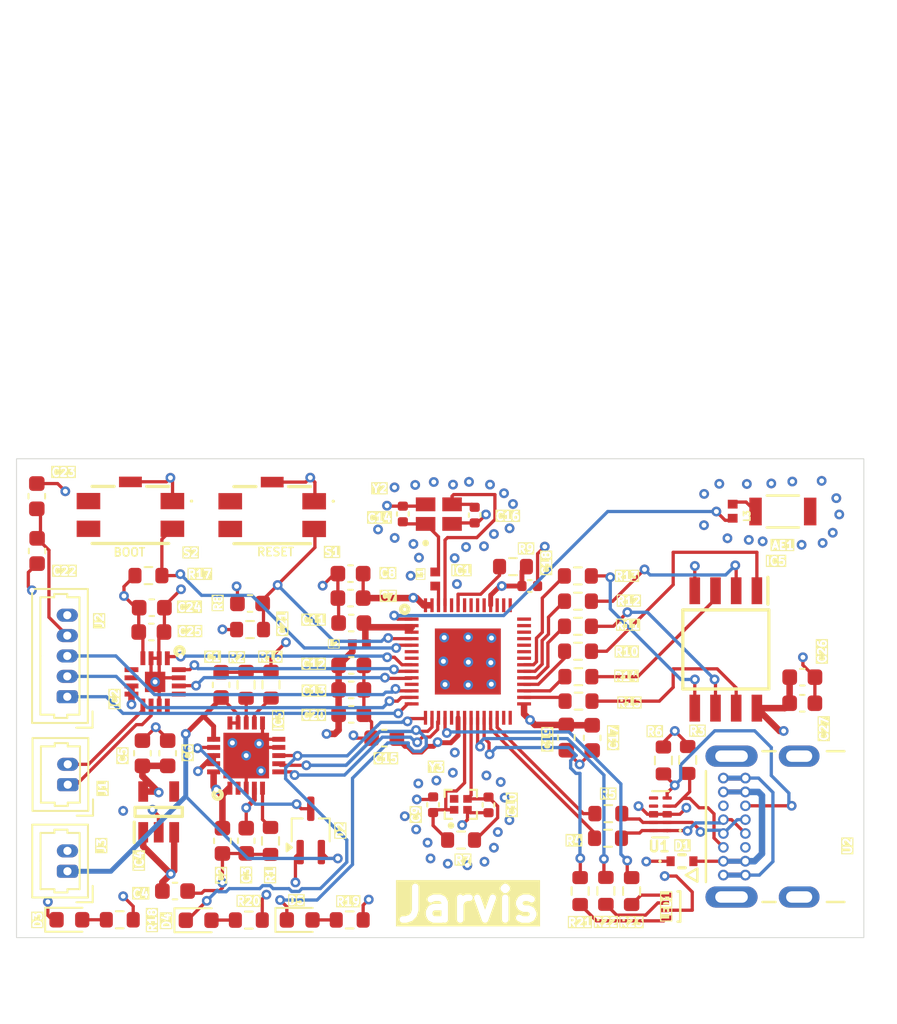
<source format=kicad_pcb>
(kicad_pcb (version 20241229) (generator "pcbnew") (generator_version "9.0")
  (layers (0 "F.Cu" signal) (4 "In1.Cu" signal) (6 "In2.Cu" signal) (2 "B.Cu" signal) (13 "F.Paste" user) (15 "B.Paste" user) (5 "F.SilkS" user "F.Silkscreen") (7 "B.SilkS" user "B.Silkscreen") (1 "F.Mask" user) (3 "B.Mask" user) (25 "Edge.Cuts" user))
  (net 0 "")
  (net 17 "Net-(IC2-OUTP)")
  (net 18 "Net-(IC2-OUTN)")
  (net 24 "GND")
  (net 25 "/Power/VBUS")
  (net 26 "/Power/VBAT_1")
  (net 27 "/Power/SYS")
  (net 28 "Net-(IC1-VDD3P3_1)")
  (net 29 "+3.3V")
  (net 31 "Net-(U2-CC1)")
  (net 32 "Net-(C14-Pad2)")
  (net 35 "Net-(U2-CC2)")
  (net 38 "Net-(IC1-XTAL_N)")
  (net 39 "Net-(IC1-CHIP_PU)")
  (net 40 "Net-(IC1-XTAL_32K_N)")
  (net 41 "Net-(IC1-XTAL_32K_P)")
  (net 42 "Net-(IC1-XTAL_P)")
  (net 43 "/Power/PROG1")
  (net 44 "/Power/THERM")
  (net 45 "/Power/USB_DP")
  (net 46 "/Power/USB_DN")
  (net 47 "/Components/FLASH-CLK")
  (net 50 "Net-(AE1-Pad1)")
  (net 51 "+1.8")
  (net 52 "Net-(IC1-SPIWP)")
  (net 53 "/Components/AMP-DIN")
  (net 54 "Net-(IC1-SPIQ)")
  (net 55 "Net-(IC1-SPICS0)")
  (net 56 "/ESP/ESP-GPIO19")
  (net 57 "/Components/MIC-BCK")
  (net 58 "/Components/MIC-DATA")
  (net 59 "Net-(IC1-LNA_IN)")
  (net 60 "/ESP/ESP-GPIO21")
  (net 61 "/Components/MIC-WS")
  (net 62 "Net-(IC1-GPIO45)")
  (net 63 "/ESP/ESP-GPIO20")
  (net 64 "/Components/AMP-BCLK")
  (net 65 "Net-(IC1-SPIHD)")
  (net 66 "Net-(IC1-SPID)")
  (net 67 "Net-(IC1-SPICLK)")
  (net 68 "/Components/AMP-LRCLK")
  (net 69 "/Components/FLASH-CS")
  (net 70 "/Components/FLASH-DO_IO1")
  (net 71 "/Components/FLASH-DI_IO0")
  (net 72 "/Components/FLASH-WP_IO2")
  (net 73 "/Components/FLASH-HOLD")
  (net 76 "Net-(IC3-PROG3)")
  (net 77 "/ESP/ESP-GPIO12")
  (net 78 "/ESP/ESP-GPIO10")
  (net 79 "/ESP/ESP-GPIO11")
  (net 80 "Net-(IC1-GPIO0)")
  (net 81 "Net-(IC3-CE)")
  (net 86 "Net-(D3-A)")
  (net 87 "Net-(D4-A)")
  (net 88 "Net-(D5-A)")
  (net 89 "Net-(IC1-GPIO13)")
  (net 90 "Net-(IC1-GPIO17)")
  (net 91 "Net-(IC1-GPIO18)")
  (net 92 "Net-(LED1-Pad1)")
  (net 93 "Net-(LED1-Pad4)")
  (net 94 "Net-(LED1-Pad3)")
  (footprint "Resistor_SMD:R_0603_1608Metric" (layer "F.Cu") (at 169.06 127.2 90)
    (property "Reference" "R22")
    (property "Value" "330")
  )
  (footprint "Capacitor_SMD:C_0603_1608Metric" (layer "F.Cu") (at 181.115 114.09 180)
    (property "Reference" "C26")
    (property "Value" "0.1uf")
  )
  (footprint "Capacitor_SMD:C_0603_1608Metric" (layer "F.Cu") (at 142.62 127.21 180)
    (property "Reference" "C4")
    (property "Value" "1uf")
  )
  (footprint "Resistor_SMD:R_0603_1608Metric" (layer "F.Cu") (at 140.99 107.86)
    (property "Reference" "R17")
    (property "Value" "10k")
  )
  (footprint "Capacitor_SMD:C_0603_1608Metric" (layer "F.Cu") (at 153.435 114.87)
    (property "Reference" "C13")
    (property "Value" "0.1uf")
  )
  (footprint "jarvis:IN-S63TBS5R5G5B_INO" (layer "F.Cu") (at 173.09 128.16 90)
    (property "Reference" "LED1")
    (property "Value" "IN-S63TBS5R5G5B")
  )
  (footprint "LED_SMD:LED_0603_1608Metric" (layer "F.Cu") (at 144.07 129)
    (property "Reference" "D4")
    (property "Value" "LED")
  )
  (footprint "Capacitor_SMD:C_0603_1608Metric" (layer "F.Cu") (at 153.39 109.24 180)
    (property "Reference" "C7")
    (property "Value" "0.1uf")
  )
  (footprint "Package_TO_SOT_SMD:SOT-323_SC-70_Handsoldering" (layer "F.Cu") (at 150.95 123.49 90)
    (property "Reference" "D2")
    (property "Value" "BAT54CW")
  )
  (footprint "jarvis:MCP73871T-4CAI ML" (layer "F.Cu") (at 146.99 118.9 90)
    (property "Reference" "IC3")
    (property "Value" "MCP73871T-4CAI_ML" (hide yes))
  )
  (footprint "Resistor_SMD:R_0603_1608Metric" (layer "F.Cu") (at 163.36 107.31)
    (property "Reference" "R9")
    (property "Value" "10k")
  )
  (footprint "Resistor_SMD:R_0603_1608Metric" (layer "F.Cu") (at 167.38 115.56)
    (property "Reference" "R15")
    (property "Value" "0")
  )
  (footprint "Resistor_SMD:R_0603_1608Metric" (layer "F.Cu") (at 167.48 127.21 90)
    (property "Reference" "R21")
    (property "Value" "330")
  )
  (footprint "jarvis:LIB_MAX98357AETE+T" (layer "F.Cu") (at 141.4 114.38 -90)
    (property "Reference" "IC2")
    (property "Value" "MAX98357AETE+T" (hide yes))
  )
  (footprint "Resistor_SMD:R_0603_1608Metric" (layer "F.Cu") (at 167.345 109.43)
    (property "Reference" "R12")
    (property "Value" "0")
  )
  (footprint "Connector_Molex:Molex_PicoBlade_53047-0210_1x02_P1.25mm_Vertical" (layer "F.Cu") (at 136.04 120.685 90)
    (property "Reference" "J1")
    (property "Value" "Conn_01x02 - Speaker")
  )
  (footprint "Connector_Molex:Molex_PicoBlade_53047-0210_1x02_P1.25mm_Vertical" (layer "F.Cu") (at 136.02 125.995 90)
    (property "Reference" "J3")
    (property "Value" "Conn_01x02 - Battery")
  )
  (footprint "jarvis:MLG1005SR24JT000" (layer "F.Cu") (at 158.59 108.07 90)
    (property "Reference" "L1")
    (property "Value" "24nh")
  )
  (footprint "Capacitor_SMD:C_0603_1608Metric" (layer "F.Cu") (at 168.22 117.815 90)
    (property "Reference" "C17")
    (property "Value" "1uf")
  )
  (footprint "jarvis:XTAL_ABM10W-40.0000MHZ-8-N1G-T3" (layer "F.Cu") (at 158.81 104.09 90)
    (property "Reference" "Y2")
    (property "Value" "ABM10W-40.0000MHZ-8-N1G-T3")
  )
  (footprint "Capacitor_SMD:C_0603_1608Metric" (layer "F.Cu") (at 181.11 115.69 180)
    (property "Reference" "C27")
    (property "Value" "10uf")
  )
  (footprint "Capacitor_SMD:C_0402_1005Metric" (layer "F.Cu") (at 164.39 108.5)
    (property "Reference" "C18")
    (property "Value" "0.1uf")
  )
  (footprint "Capacitor_SMD:C_0402_1005Metric" (layer "F.Cu") (at 161.858162 121.925 -90)
    (property "Reference" "C10")
    (property "Value" "12.5pf")
  )
  (footprint "Resistor_SMD:R_0603_1608Metric" (layer "F.Cu") (at 172.59 119.2 -90)
    (property "Reference" "R6")
    (property "Value" "5.1k")
  )
  (footprint "Resistor_SMD:R_0603_1608Metric" (layer "F.Cu") (at 147.15 128.99)
    (property "Reference" "R20")
    (property "Value" "560")
  )
  (footprint "Capacitor_SMD:C_0603_1608Metric" (layer "F.Cu") (at 141.17 111.32 180)
    (property "Reference" "C24")
    (property "Value" "0.1uf")
  )
  (footprint "Capacitor_SMD:C_0603_1608Metric" (layer "F.Cu") (at 155.46 117.83 180)
    (property "Reference" "C15")
    (property "Value" "0.1uf")
  )
  (footprint "jarvis:IC_TPD4E05U06QDQARQ1-two" (layer "F.Cu") (at 172.4025 122.5 180)
    (property "Reference" "U1")
    (property "Value" "TPD4E05U06QDQARQ1")
  )
  (footprint "jarvis:EVQP9H02W" (layer "F.Cu") (at 139.885 104.14 -90)
    (property "Reference" "S2")
    (property "Value" "EVQ-P9H02W Boot" (hide yes))
  )
  (footprint "LED_SMD:LED_0603_1608Metric" (layer "F.Cu") (at 136.14 128.97)
    (property "Reference" "D3")
    (property "Value" "LED")
  )
  (footprint "Capacitor_SMD:C_0603_1608Metric" (layer "F.Cu") (at 146.99 124.125 -90)
    (property "Reference" "C3")
    (property "Value" "1uf")
  )
  (footprint "Resistor_SMD:R_0603_1608Metric" (layer "F.Cu") (at 170.64 127.21 90)
    (property "Reference" "R23")
    (property "Value" "330")
  )
  (footprint "Capacitor_SMD:C_0603_1608Metric" (layer "F.Cu") (at 166.63 117.795 90)
    (property "Reference" "C19")
    (property "Value" "0.1uf")
  )
  (footprint "Capacitor_SMD:C_0603_1608Metric" (layer "F.Cu") (at 141.195 109.83 180)
    (property "Reference" "C25")
    (property "Value" "10uf")
  )
  (footprint "Connector_Molex:Molex_PicoBlade_53047-0510_1x05_P1.25mm_Vertical" (layer "F.Cu") (at 136.01 115.29 90)
    (property "Reference" "J2")
    (property "Value" "Mic Conn_01x05")
  )
  (footprint "Resistor_SMD:R_0603_1608Metric" (layer "F.Cu") (at 169.21 122.46 180)
    (property "Reference" "R5")
    (property "Value" "22")
  )
  (footprint "Capacitor_SMD:C_0603_1608Metric" (layer "F.Cu") (at 145.53 124.13 90)
    (property "Reference" "C2")
    (property "Value" "4.7uf")
  )
  (footprint "jarvis:MLG1005SR24JT000" (layer "F.Cu") (at 153.935 112.07)
    (property "Reference" "L2")
    (property "Value" "24nh")
  )
  (footprint "Capacitor_SMD:C_0603_1608Metric" (layer "F.Cu") (at 134.16 106.35 -90)
    (property "Reference" "C22")
    (property "Value" "100nf")
  )
  (footprint "jarvis:MOLEX_2137160001-holes" (layer "F.Cu") (at 183.92 123.255 90)
    (property "Reference" "U2")
    (property "Value" "2137160001")
  )
  (footprint "Capacitor_SMD:C_0603_1608Metric" (layer "F.Cu") (at 153.435 113.37)
    (property "Reference" "C12")
    (property "Value" "0.1uf")
  )
  (footprint "Capacitor_SMD:C_0603_1608Metric" (layer "F.Cu") (at 134.14 102.99 90)
    (property "Reference" "C23")
    (property "Value" "1uf")
  )
  (footprint "Resistor_SMD:R_0603_1608Metric" (layer "F.Cu") (at 148.48 124.135 90)
    (property "Reference" "R1")
    (property "Value" "10k")
  )
  (footprint "Capacitor_SMD:C_0603_1608Metric" (layer "F.Cu") (at 142.17 118.755 -90)
    (property "Reference" "C6")
    (property "Value" "10uf")
  )
  (footprint "Resistor_SMD:R_0603_1608Metric" (layer "F.Cu") (at 160.173162 124.08)
    (property "Reference" "R7")
    (property "Value" "5M")
  )
  (footprint "Resistor_SMD:R_0603_1608Metric" (layer "F.Cu") (at 167.345 110.97)
    (property "Reference" "R11")
    (property "Value" "0")
  )
  (footprint "Capacitor_SMD:C_0603_1608Metric" (layer "F.Cu") (at 145.45 114.565 90)
    (property "Reference" "C1")
    (property "Value" "10uf")
  )
  (footprint "Resistor_SMD:R_0603_1608Metric" (layer "F.Cu") (at 146.98 114.56 90)
    (property "Reference" "R2")
    (property "Value" "2k")
  )
  (footprint "jarvis:EVQP9H02W" (layer "F.Cu") (at 148.585 104.15 -90)
    (property "Reference" "S1")
    (property "Value" "EVQ-P9H02W reset" (hide yes))
  )
  (footprint "Resistor_SMD:R_0603_1608Metric" (layer "F.Cu") (at 147.225 111.17)
    (property "Reference" "R8")
    (property "Value" "10k")
  )
  (footprint "Capacitor_SMD:C_0603_1608Metric" (layer "F.Cu") (at 153.435 110.77 180)
    (property "Reference" "C11")
    (property "Value" "0.1uf")
  )
  (footprint "Resistor_SMD:R_0603_1608Metric" (layer "F.Cu") (at 153.34 128.98)
    (property "Reference" "R19")
    (property "Value" "560")
  )
  (footprint "Resistor_SMD:R_0603_1608Metric" (layer "F.Cu") (at 174.08 119.17 90)
    (property "Reference" "R3")
    (property "Value" "5.1k")
  )
  (footprint "jarvis:PESD5V0X1UAB115" (layer "F.Cu") (at 173.73 125.38)
    (property "Reference" "D1")
    (property "Value" "PESD5V0X1UAB,115" (hide yes))
  )
  (footprint "LED_SMD:LED_0603_1608Metric" (layer "F.Cu") (at 150.27 128.98)
    (property "Reference" "D5")
    (property "Value" "LED")
  )
  (footprint "Capacitor_SMD:C_0603_1608Metric" (layer "F.Cu") (at 153.39 107.74 180)
    (property "Reference" "C8")
    (property "Value" "0.1uf")
  )
  (footprint "Resistor_SMD:R_0603_1608Metric" (layer "F.Cu") (at 167.37 114.06)
    (property "Reference" "R14")
    (property "Value" "0")
  )
  (footprint "Capacitor_SMD:C_0603_1608Metric" (layer "F.Cu") (at 140.62 118.755 -90)
    (property "Reference" "C5")
    (property "Value" "1uf")
  )
  (footprint "jarvis:XTAL_ECS-.327-12.5-1210B-N-TR" (layer "F.Cu") (at 160.158162 121.89 90)
    (property "Reference" "Y3")
    (property "Value" "ECS-.327-12.5-1210B-N-TR")
  )
  (footprint "Capacitor_SMD:C_0402_1005Metric" (layer "F.Cu") (at 156.6 104.08 -90)
    (property "Reference" "C14")
    (property "Value" "12pf")
  )
  (footprint "jarvis:ANT_RFANT3216120A5T_WAL" (layer "F.Cu") (at 179.92 103.93)
    (property "Reference" "AE1")
    (property "Value" "RFANT3216120A5T")
  )
  (footprint "Capacitor_SMD:C_0603_1608Metric" (layer "F.Cu") (at 147.225 109.57 180)
    (property "Reference" "C21")
    (property "Value" "1uf")
  )
  (footprint "Resistor_SMD:R_0603_1608Metric" (layer "F.Cu") (at 139.23 128.97)
    (property "Reference" "R18")
    (property "Value" "560")
  )
  (footprint "Capacitor_SMD:C_0402_1005Metric" (layer "F.Cu") (at 161.01 104.15 -90)
    (property "Reference" "C16")
    (property "Value" "12pf")
  )
  (footprint "Resistor_SMD:R_0603_1608Metric" (layer "F.Cu") (at 169.19 123.97 180)
    (property "Reference" "R4")
    (property "Value" "22")
  )
  (footprint "Resistor_SMD:R_0603_1608Metric" (layer "F.Cu") (at 167.35 112.5)
    (property "Reference" "R10")
    (property "Value" "0")
  )
  (footprint "jarvis:TLV70033DDCT" (layer "F.Cu") (at 141.62 122.355 90)
    (property "Reference" "IC4")
    (property "Value" "TLV70033DDCT" (hide yes))
  )
  (footprint "jarvis:W25Q128JWSIQ-1.8" (layer "F.Cu") (at 176.42 112.39 -90)
    (property "Reference" "IC5")
    (property "Value" "W25Q128JWSIQ" (hide yes))
  )
  (footprint "jarvis:esp32-s3r16v" (layer "F.Cu") (at 160.59 113.13)
    (property "Reference" "IC1")
    (property "Value" "ESP32-S3R16V" (hide yes))
  )
  (footprint "Capacitor_SMD:C_0402_1005Metric" (layer "F.Cu") (at 158.458162 121.915 90)
    (property "Reference" "C9")
    (property "Value" "12.5pf")
  )
  (footprint "Resistor_SMD:R_0603_1608Metric" (layer "F.Cu") (at 167.34 107.88)
    (property "Reference" "R13")
    (property "Value" "0")
  )
  (footprint "jarvis:MLG1005SR24JT000" (layer "F.Cu") (at 176.84 103.91 -90)
    (property "Reference" "L3")
    (property "Value" "6.8 nH")
  )
  (footprint "Resistor_SMD:R_0603_1608Metric" (layer "F.Cu") (at 148.51 114.55 90)
    (property "Reference" "R16")
    (property "Value" "20k")
  )
  (footprint "Capacitor_SMD:C_0603_1608Metric" (layer "F.Cu") (at 153.435 116.37)
    (property "Reference" "C20")
    (property "Value" "10uf")
  )
  (gr_rect (start 132.895 100.695) (end 184.89 130.065) (stroke (width 0.05)) (fill no) (layer "Edge.Cuts"))
  (gr_text "Jarvis" (at 156.05 129.22 0) (layer "F.SilkS" knockout) (effects (font (size 2 2) (thickness 0.4) (bold yes)) (justify left bottom)))
  (gr_text "BOOT" (at 138.79 106.72 0) (layer "F.SilkS") (effects (font (size 0.5 0.5) (thickness 0.1) (bold yes)) (justify left bottom)))
  (gr_text "RESET" (at 147.59 106.7 0) (layer "F.SilkS") (effects (font (size 0.5 0.5) (thickness 0.1) (bold yes)) (justify left bottom)))
  (segment (start 140.65 116.105) (end 137.32 119.435) (width 0.2) (layer "F.Cu") (net 17))
  (segment (start 140.65 115.83) (end 140.65 116.105) (width 0.2) (layer "F.Cu") (net 17))
  (segment (start 137.32 119.435) (end 136.04 119.435) (width 0.2) (layer "F.Cu") (net 17))
  (segment (start 140.604306 117.000694) (end 140.250694 117.000694) (width 0.2) (layer "F.Cu") (net 18))
  (segment (start 141.15 116.455) (end 140.604306 117.000694) (width 0.2) (layer "F.Cu") (net 18))
  (segment (start 140.250694 117.000694) (end 136.566388 120.685) (width 0.2) (layer "F.Cu") (net 18))
  (segment (start 136.566388 120.685) (end 136.04 120.685) (width 0.2) (layer "F.Cu") (net 18))
  (segment (start 141.15 115.83) (end 141.15 116.455) (width 0.2) (layer "F.Cu") (net 18))
  (segment (start 142.47 103.28) (end 142.47 101.99) (width 0.2) (layer "F.Cu") (net 24))
  (segment (start 147.05 124.96) (end 146.99 124.9) (width 0.2) (layer "F.Cu") (net 24))
  (segment (start 152.615 107.74) (end 152.42 107.74) (width 0.2) (layer "F.Cu") (net 24))
  (segment (start 145.53 126.7) (end 145.53 124.905) (width 0.2) (layer "F.Cu") (net 24))
  (segment (start 134.82 127.87) (end 134.82 128.7) (width 0.2) (layer "F.Cu") (net 24))
  (segment (start 141.4 114.38) (end 141.65 114.63) (width 0.2) (layer "F.Cu") (net 24))
  (segment (start 150.645 102.125) (end 150.92 101.85) (width 0.2) (layer "F.Cu") (net 24))
  (segment (start 148.63 102.125) (end 150.645 102.125) (width 0.2) (layer "F.Cu") (net 24))
  (segment (start 141.6 122.58) (end 141.6 123.585) (width 0.2) (layer "F.Cu") (net 24))
  (segment (start 134.14 102.215) (end 135.415 102.215) (width 0.2) (layer "F.Cu") (net 24))
  (segment (start 146.985 124.905) (end 146.99 124.9) (width 0.2) (layer "F.Cu") (net 24))
  (segment (start 164.87 106.52) (end 165.31 106.08) (width 0.2) (layer "F.Cu") (net 24))
  (segment (start 172.59 118.09) (end 173.29 117.39) (width 0.2) (layer "F.Cu") (net 24))
  (segment (start 148.99 118.4) (end 148.01 118.4) (width 0.2) (layer "F.Cu") (net 24))
  (segment (start 141.97 109.83) (end 141.97 109.72) (width 0.2) (layer "F.Cu") (net 24))
  (segment (start 141.97 111.295) (end 141.945 111.32) (width 0.2) (layer "F.Cu") (net 24))
  (segment (start 147.99 116.9) (end 147.99 117.96) (width 0.2) (layer "F.Cu") (net 24))
  (segment (start 166.63 118.57) (end 166.63 118.62) (width 0.2) (layer "F.Cu") (net 24))
  (segment (start 171.109232 122) (end 171.06 122) (width 0.2) (layer "F.Cu") (net 24))
  (segment (start 148.51 113.725) (end 148.51 112.87) (width 0.2) (layer "F.Cu") (net 24))
  (segment (start 152.66 109.285) (end 152.615 109.24) (width 0.2) (layer "F.Cu") (net 24))
  (segment (start 161.01 104.63) (end 159.682 104.63) (width 0.2) (layer "F.Cu") (net 24))
  (segment (start 151.205 102.135) (end 150.92 101.85) (width 0.2) (layer "F.Cu") (net 24))
  (segment (start 174.515 108.79) (end 174.515 107.275) (width 0.2) (layer "F.Cu") (net 24))
  (segment (start 153.74 117.83) (end 153.57 117.66) (width 0.2) (layer "F.Cu") (net 24))
  (segment (start 141.15 114.13) (end 141.4 114.38) (width 0.2) (layer "F.Cu") (net 24))
  (segment (start 141.24 122.22) (end 141.6 122.58) (width 0.2) (layer "F.Cu") (net 24))
  (segment (start 181.885 115.69) (end 181.885 114.095) (width 0.2) (layer "F.Cu") (net 24))
  (segment (start 154.685 117.83) (end 154.685 116.845) (width 0.2) (layer "F.Cu") (net 24))
  (segment (start 173.598586 122.5) (end 172.82 122.5) (width 0.2) (layer "F.Cu") (net 24))
  (segment (start 161.01 104.63) (end 161.18 104.63) (width 0.2) (layer "F.Cu") (net 24))
  (segment (start 152.615 107.74) (end 152.615 109.24) (width 0.2) (layer "F.Cu") (net 24))
  (segment (start 156.6 103.6) (end 155.66 103.6) (width 0.2) (layer "F.Cu") (net 24))
  (segment (start 160.748162 122.405) (end 160.568162 122.225) (width 0.2) (layer "F.Cu") (net 24))
  (segment (start 161.858162 122.405) (end 160.748162 122.405) (width 0.2) (layer "F.Cu") (net 24))
  (segment (start 142.095 102.105) (end 142.34 101.86) (width 0.2) (layer "F.Cu") (net 24))
  (segment (start 145.45 113.79) (end 146.925 113.79) (width 0.2) (layer "F.Cu") (net 24))
  (segment (start 157.888 103.6) (end 157.998 103.49) (width 0.2) (layer "F.Cu") (net 24))
  (segment (start 145.36 127.18) (end 144.420768 127.18) (width 0.2) (layer "F.Cu") (net 24))
  (segment (start 141.65 112.841) (end 141.63 112.821) (width 0.2) (layer "F.Cu") (net 24))
  (segment (start 146.45 109.57) (end 146.45 108.57) (width 0.2) (layer "F.Cu") (net 24))
  (segment (start 148.5 113.735) (end 148.51 113.725) (width 0.2) (layer "F.Cu") (net 24))
  (segment (start 141.65 114.63) (end 141.65 115.83) (width 0.2) (layer "F.Cu") (net 24))
  (segment (start 142.85 114.13) (end 141.65 114.13) (width 0.2) (layer "F.Cu") (net 24))
  (segment (start 148.51 112.87) (end 149.43 111.95) (width 0.2) (layer "F.Cu") (net 24))
  (segment (start 146.99 118.9) (end 146.99 120.9) (width 0.2) (layer "F.Cu") (net 24))
  (segment (start 174.08 118.345) (end 174.08 118.18) (width 0.2) (layer "F.Cu") (net 24))
  (segment (start 135.415 102.215) (end 135.89 102.69) (width 0.2) (layer "F.Cu") (net 24))
  (segment (start 151.205 103.3) (end 151.205 102.135) (width 0.2) (layer "F.Cu") (net 24))
  (segment (start 168.22 118.67) (end 167.45 119.44) (width 0.2) (layer "F.Cu") (net 24))
  (segment (start 145.53 126.7) (end 145.53 127.01) (width 0.2) (layer "F.Cu") (net 24))
  (segment (start 148.05 117.9) (end 147.78 118.17) (width 0.2) (layer "F.Cu") (net 24))
  (segment (start 161.18 104.63) (end 161.7 104.11) (width 0.2) (layer "F.Cu") (net 24))
  (segment (start 181.15 113.35) (end 181.89 114.09) (width 0.2) (layer "F.Cu") (net 24))
  (segment (start 146.45 108.57) (end 146.4 108.52) (width 0.2) (layer "F.Cu") (net 24))
  (segment (start 154.21 114.87) (end 154.21 116.37) (width 0.2) (layer "F.Cu") (net 24))
  (segment (start 171.985 122.5) (end 171.609232 122.5) (width 0.2) (layer "F.Cu") (net 24))
  (segment (start 171.609232 122.5) (end 171.109232 122) (width 0.2) (layer "F.Cu") (net 24))
  (segment (start 141.97 109.83) (end 141.97 111.295) (width 0.2) (layer "F.Cu") (net 24))
  (segment (start 141.65 112.93) (end 141.65 114.13) (width 0.2) (layer "F.Cu") (net 24))
  (segment (start 160.568162 122.83) (end 160.238162 123.16) (width 0.2) (layer "F.Cu") (net 24))
  (segment (start 148.01 118.4) (end 147.78 118.17) (width 0.2) (layer "F.Cu") (net 24))
  (segment (start 164.87 108.5) (end 164.87 106.52) (width 0.2) (layer "F.Cu") (net 24))
  (segment (start 168.22 118.59) (end 168.22 118.67) (width 0.2) (layer "F.Cu") (net 24))
  (segment (start 159.682 104.63) (end 159.622 104.69) (width 0.2) (layer "F.Cu") (net 24))
  (segment (start 174.515 107.275) (end 174.52 107.27) (width 0.2) (layer "F.Cu") (net 24))
  (segment (start 172.82 122.5) (end 171.985 122.5) (width 0.2) (layer "F.Cu") (net 24))
  (segment (start 135.09 128.97) (end 135.3525 128.97) (width 0.2) (layer "F.Cu") (net 24))
  (segment (start 141.6 123.585) (end 141.62 123.605) (width 0.2) (layer "F.Cu") (net 24))
  (segment (start 133.62 108.54) (end 133.84 108.76) (width 0.2) (layer "F.Cu") (net 24))
  (segment (start 152.42 107.74) (end 151.68 108.48) (width 0.2) (layer "F.Cu") (net 24))
  (segment (start 141.97 109.72) (end 142.99 108.7) (width 0.2) (layer "F.Cu") (net 24))
  (segment (start 171.54 125.4) (end 171.56 125.38) (width 0.2) (layer "F.Cu") (net 24))
  (segment (start 145.53 127.01) (end 145.36 127.18) (width 0.2) (layer "F.Cu") (net 24))
  (segment (start 146.925 113.79) (end 146.98 113.735) (width 0.2) (layer "F.Cu") (net 24))
  (segment (start 134.82 128.7) (end 135.09 128.97) (width 0.2) (layer "F.Cu") (net 24))
  (segment (start 154.685 116.845) (end 154.21 116.37) (width 0.2) (layer "F.Cu") (net 24))
  (segment (start 141.63 112.821) (end 141.63 111.635) (width 0.2) (layer "F.Cu") (net 24))
  (segment (start 158.303162 121.59) (end 158.458162 121.435) (width 0.2) (layer "F.Cu") (net 24))
  (segment (start 157.46 121.59) (end 158.303162 121.59) (width 0.2) (layer "F.Cu") (net 24))
  (segment (start 181.885 114.095) (end 181.89 114.09) (width 0.2) (layer "F.Cu") (net 24))
  (segment (start 181.15 112.87) (end 181.15 113.35) (width 0.2) (layer "F.Cu") (net 24))
  (segment (start 139.895 102.105) (end 142.095 102.105) (width 0.2) (layer "F.Cu") (net 24))
  (segment (start 144.260768 127.34) (end 143.395 127.34) (width 0.2) (layer "F.Cu") (net 24))
  (segment (start 145.53 124.905) (end 146.985 124.905) (width 0.2) (layer "F.Cu") (net 24))
  (segment (start 141.65 112.93) (end 141.65 112.841) (width 0.2) (layer "F.Cu") (net 24))
  (segment (start 174.08 118.18) (end 173.29 117.39) (width 0.2) (layer "F.Cu") (net 24))
  (segment (start 144.420768 127.18) (end 144.260768 127.34) (width 0.2) (layer "F.Cu") (net 24))
  (segment (start 142.17 117.98) (end 142.17 117.89) (width 0.2) (layer "F.Cu") (net 24))
  (segment (start 142.17 117.89) (end 141.44 117.16) (width 0.2) (layer "F.Cu") (net 24))
  (segment (start 160.568162 122.83) (end 160.568162 122.225) (width 0.2) (layer "F.Cu") (net 24))
  (segment (start 154.685 117.83) (end 153.74 117.83) (width 0.2) (layer "F.Cu") (net 24))
  (segment (start 140.62 117.98) (end 141.44 117.16) (width 0.2) (layer "F.Cu") (net 24))
  (segment (start 152.66 110.77) (end 152.66 109.285) (width 0.2) (layer "F.Cu") (net 24))
  (segment (start 154.21 113.37) (end 154.21 114.87) (width 0.2) (layer "F.Cu") (net 24))
  (segment (start 141.15 112.93) (end 141.15 114.13) (width 0.2) (layer "F.Cu") (net 24))
  (segment (start 148.48 124.96) (end 147.05 124.96) (width 0.2) (layer "F.Cu") (net 24))
  (segment (start 141.63 111.635) (end 141.945 111.32) (width 0.2) (layer "F.Cu") (net 24))
  (segment (start 155.66 103.6) (end 155.63 103.57) (width 0.2) (layer "F.Cu") (net 24))
  (segment (start 173.999293 122.099293) (end 173.598586 122.5) (width 0.2) (layer "F.Cu") (net 24))
  (segment (start 134.16 107.125) (end 133.62 107.665) (width 0.2) (layer "F.Cu") (net 24))
  (segment (start 147.99 117.96) (end 147.78 118.17) (width 0.2) (layer "F.Cu") (net 24))
  (segment (start 148.99 117.9) (end 148.05 117.9) (width 0.2) (layer "F.Cu") (net 24))
  (segment (start 145.86 118.4) (end 146.14 118.12) (width 0.2) (layer "F.Cu") (net 24))
  (segment (start 142.47 101.99) (end 142.34 101.86) (width 0.2) (layer "F.Cu") (net 24))
  (segment (start 133.62 107.665) (end 133.62 108.54) (width 0.2) (layer "F.Cu") (net 24))
  (segment (start 141.15 112.93) (end 141.65 112.93) (width 0.2) (layer "F.Cu") (net 24))
  (segment (start 172.59 118.375) (end 172.59 118.09) (width 0.2) (layer "F.Cu") (net 24))
  (segment (start 156.6 103.6) (end 157.888 103.6) (width 0.2) (layer "F.Cu") (net 24))
  (segment (start 146.98 113.735) (end 148.5 113.735) (width 0.2) (layer "F.Cu") (net 24))
  (segment (start 141.65 114.13) (end 141.4 114.38) (width 0.2) (layer "F.Cu") (net 24))
  (segment (start 166.63 118.62) (end 167.45 119.44) (width 0.2) (layer "F.Cu") (net 24))
  (segment (start 171.56 125.38) (end 173.03 125.38) (width 0.2) (layer "F.Cu") (net 24))
  (via (at 157.42 123.43) (size 0.6) (drill 0.3) (layers "F.Cu" "B.Cu") (net 24))
  (via (at 173.29 117.39) (size 0.6) (drill 0.3) (layers "F.Cu" "B.Cu") (net 24))
  (via (at 162.43 123.59) (size 0.6) (drill 0.3) (layers "F.Cu" "B.Cu") (net 24))
  (via (at 165.31 106.08) (size 0.6) (drill 0.3) (layers "F.Cu" "B.Cu") (net 24))
  (via (at 171.54 125.4) (size 0.6) (drill 0.3) (layers "F.Cu" "B.Cu") (net 24))
  (via (at 174.52 107.27) (size 0.6) (drill 0.3) (layers "F.Cu" "B.Cu") (net 24))
  (via (at 180.5 102.09) (size 0.6) (drill 0.3) (layers "F.Cu" "B.Cu") (net 24))
  (via (at 159.68 102.28) (size 0.6) (drill 0.3) (layers "F.Cu" "B.Cu") (net 24))
  (via (at 150.92 101.85) (size 0.6) (drill 0.3) (layers "F.Cu" "B.Cu") (net 24))
  (via (at 183.2 103.11) (size 0.6) (drill 0.3) (layers "F.Cu" "B.Cu") (net 24))
  (via (at 181.07 105.97) (size 0.6) (drill 0.3) (layers "F.Cu" "B.Cu") (net 24))
  (via (at 161.61 125.41) (size 0.6) (drill 0.3) (layers "F.Cu" "B.Cu") (net 24))
  (via (at 146.14 118.12) (size 0.6) (drill 0.3) (layers "F.Cu" "B.Cu") (net 24))
  (via (at 157.59 106.76) (size 0.6) (drill 0.3) (layers "F.Cu" "B.Cu") (net 24))
  (via (at 182.36 105.86) (size 0.6) (drill 0.3) (layers "F.Cu" "B.Cu") (net 24))
  (via (at 175.08 104.77) (size 0.6) (drill 0.3) (layers "F.Cu" "B.Cu") (net 24))
  (via (at 160.66 102.11) (size 0.6) (drill 0.3) (layers "F.Cu" "B.Cu") (net 24))
  (via (at 133.84 108.76) (size 0.6) (drill 0.3) (layers "F.Cu" "B.Cu") (net 24))
  (via (at 162.606895 120.520056) (size 0.6) (drill 0.3) (layers "F.Cu" "B.Cu") (net 24))
  (via (at 149.43 111.95) (size 0.6) (drill 0.3) (layers "F.Cu" "B.Cu") (net 24))
  (via (at 167.45 119.44) (size 0.6) (drill 0.3) (layers "F.Cu" "B.Cu") (net 24))
  (via (at 160.48 106.11) (size 0.6) (drill 0.3) (layers "F.Cu" "B.Cu") (net 24))
  (via (at 178.68 105.76) (size 0.6) (drill 0.3) (layers "F.Cu" "B.Cu") (net 24))
  (via (at 182.98 105.23) (size 0.6) (drill 0.3) (layers "F.Cu" "B.Cu") (net 24))
  (via (at 162.19 124.55) (size 0.6) (drill 0.3) (layers "F.Cu" "B.Cu") (net 24))
  (via (at 146.99 118.9) (size 0.6) (drill 0.3) (layers "F.Cu" "B.Cu") (net 24))
  (via (at 159.14 111.66) (size 0.6) (drill 0.3) (layers "F.Cu" "B.Cu") (net 24))
  (via (at 159.09 113.12) (size 0.6) (drill 0.3) (layers "F.Cu" "B.Cu") (net 24))
  (via (at 159.79 118.71) (size 0.6) (drill 0.3) (layers "F.Cu" "B.Cu") (net 24))
  (via (at 163.36 103.47) (size 0.6) (drill 0.3) (layers "F.Cu" "B.Cu") (net 24))
  (via (at 173.999293 122.099293) (size 0.6) (drill 0.3) (layers "F.Cu" "B.Cu") (net 24))
  (via (at 156.1 105.55) (size 0.6) (drill 0.3) (layers "F.Cu" "B.Cu") (net 24))
  (via (at 145.53 126.7) (size 0.6) (drill 0.3) (layers "F.Cu" "B.Cu") (net 24))
  (via (at 163.14 122.86) (size 0.6) (drill 0.3) (layers "F.Cu" "B.Cu") (net 24))
  (via (at 183.38 104.11) (size 0.6) (drill 0.3) (layers "F.Cu" "B.Cu") (net 24))
  (via (at 163.15 104.96) (size 0.6) (drill 0.3) (layers "F.Cu" "B.Cu") (net 24))
  (via (at 153.57 117.66) (size 0.6) (drill 0.3) (layers "F.Cu" "B.Cu") (net 24))
  (via (at 162.03 114.52) (size 0.6) (drill 0.3) (layers "F.Cu" "B.Cu") (net 24))
  (via (at 160.238162 123.16) (size 0.6) (drill 0.3) (layers "F.Cu" "B.Cu") (net 24))
  (via (at 155.08 105.03) (size 0.6) (drill 0.3) (layers "F.Cu" "B.Cu") (net 24))
  (via (at 171.06 122) (size 0.6) (drill 0.3) (layers "F.Cu" "B.Cu") (net 24))
  (via (at 157.46 121.59) (size 0.6) (drill 0.3) (layers "F.Cu" "B.Cu") (net 24))
  (via (at 157.25 105.92) (size 0.6) (drill 0.3) (layers "F.Cu" "B.Cu") (net 24))
  (via (at 151.68 108.48) (size 0.6) (drill 0.3) (layers "F.Cu" "B.Cu") (net 24))
  (via (at 160.61 114.57) (size 0.6) (drill 0.3) (layers "F.Cu" "B.Cu") (net 24))
  (via (at 161.95 102.28) (size 0.6) (drill 0.3) (layers "F.Cu" "B.Cu") (net 24))
  (via (at 158.12 124.24) (size 0.6) (drill 0.3) (layers "F.Cu" "B.Cu") (net 24))
  (via (at 160.56 125.63) (size 0.6) (drill 0.3) (layers "F.Cu" "B.Cu") (net 24))
  (via (at 159.92 108.38) (size 0.6) (drill 0.3) (layers "F.Cu" "B.Cu") (net 24))
  (via (at 162.846496 121.478462) (size 0.6) (drill 0.3) (layers "F.Cu" "B.Cu") (net 24))
  (via (at 177.71 102.24) (size 0.6) (drill 0.3) (layers "F.Cu" "B.Cu") (net 24))
  (via (at 158.5 102.12) (size 0.6) (drill 0.3) (layers "F.Cu" "B.Cu") (net 24))
  (via (at 182.3 102.05) (size 0.6) (drill 0.3) (layers "F.Cu" "B.Cu") (net 24))
  (via (at 157.08 107.87) (size 0.6) (drill 0.3) (layers "F.Cu" "B.Cu") (net 24))
  (via (at 157.55 120.61) (size 0.6) (drill 0.3) (layers "F.Cu" "B.Cu") (net 24))
  (via (at 155.63 103.57) (size 0.6) (drill 0.3) (layers "F.Cu" "B.Cu") (net 24))
  (via (at 159.19 114.54) (size 0.6) (drill 0.3) (layers "F.Cu" "B.Cu") (net 24))
  (via (at 141.4 114.38) (size 0.6) (drill 0.3) (layers "F.Cu" "B.Cu") (net 24))
  (via (at 162.04 111.69) (size 0.6) (drill 0.3) (layers "F.Cu" "B.Cu") (net 24))
  (via (at 134.82 127.87) (size 0.6) (drill 0.3) (layers "F.Cu" "B.Cu") (net 24))
  (via (at 141.24 122.22) (size 0.6) (drill 0.3) (layers "F.Cu" "B.Cu") (net 24))
  (via (at 176.02 102.23) (size 0.6) (drill 0.3) (layers "F.Cu" "B.Cu") (net 24))
  (via (at 158.3 125.21) (size 0.6) (drill 0.3) (layers "F.Cu" "B.Cu") (net 24))
  (via (at 175.09 102.85) (size 0.6) (drill 0.3) (layers "F.Cu" "B.Cu") (net 24))
  (via (at 159.67 119.95) (size 0.6) (drill 0.3) (layers "F.Cu" "B.Cu") (net 24))
  (via (at 158.66 120.43) (size 0.6) (drill 0.3) (layers "F.Cu" "B.Cu") (net 24))
  (via (at 177.83 105.67) (size 0.6) (drill 0.3) (layers "F.Cu" "B.Cu") (net 24))
  (via (at 162.19 105.31) (size 0.6) (drill 0.3) (layers "F.Cu" "B.Cu") (net 24))
  (via (at 162 113.2) (size 0.6) (drill 0.3) (layers "F.Cu" "B.Cu") (net 24))
  (via (at 147.9 119.84) (size 0.6) (drill 0.3) (layers "F.Cu" "B.Cu") (net 24))
  (via (at 141.44 117.16) (size 0.6) (drill 0.3) (layers "F.Cu" "B.Cu") (net 24))
  (via (at 181.15 112.87) (size 0.6) (drill 0.3) (layers "F.Cu" "B.Cu") (net 24))
  (via (at 142.34 101.86) (size 0.6) (drill 0.3) (layers "F.Cu" "B.Cu") (net 24))
  (via (at 157.36 102.3) (size 0.6) (drill 0.3) (layers "F.Cu" "B.Cu") (net 24))
  (via (at 147.78 118.17) (size 0.6) (drill 0.3) (layers "F.Cu" "B.Cu") (net 24))
  (via (at 135.89 102.69) (size 0.6) (drill 0.3) (layers "F.Cu" "B.Cu") (net 24))
  (via (at 156.09 102.45) (size 0.6) (drill 0.3) (layers "F.Cu" "B.Cu") (net 24))
  (via (at 156.72 122.62) (size 0.6) (drill 0.3) (layers "F.Cu" "B.Cu") (net 24))
  (via (at 142.99 108.7) (size 0.6) (drill 0.3) (layers "F.Cu" "B.Cu") (net 24))
  (via (at 179.21 102.21) (size 0.6) (drill 0.3) (layers "F.Cu" "B.Cu") (net 24))
  (via (at 161.73 120.12) (size 0.6) (drill 0.3) (layers "F.Cu" "B.Cu") (net 24))
  (via (at 146.4 108.52) (size 0.6) (drill 0.3) (layers "F.Cu" "B.Cu") (net 24))
  (via (at 176.52 105.57) (size 0.6) (drill 0.3) (layers "F.Cu" "B.Cu") (net 24))
  (via (at 161.58 106.06) (size 0.6) (drill 0.3) (layers "F.Cu" "B.Cu") (net 24))
  (via (at 159.78 106.79) (size 0.6) (drill 0.3) (layers "F.Cu" "B.Cu") (net 24))
  (via (at 160.62 113.17) (size 0.6) (drill 0.3) (layers "F.Cu" "B.Cu") (net 24))
  (via (at 160.61 111.64) (size 0.6) (drill 0.3) (layers "F.Cu" "B.Cu") (net 24))
  (via (at 161.7 104.11) (size 0.6) (drill 0.3) (layers "F.Cu" "B.Cu") (net 24))
  (via (at 159.36 125.53) (size 0.6) (drill 0.3) (layers "F.Cu" "B.Cu") (net 24))
  (via (at 162.81 102.81) (size 0.6) (drill 0.3) (layers "F.Cu" "B.Cu") (net 24))
  (segment (start 178.43 120.28) (end 179.31 121.16) (width 0.2) (layer "B.Cu") (net 24))
  (segment (start 178.48 126.23) (end 177.62 126.23) (width 0.2) (layer "B.Cu") (net 24))
  (segment (start 177.62 120.28) (end 178.43 120.28) (width 0.2) (layer "B.Cu") (net 24))
  (segment (start 179.31 121.16) (end 179.31 125.4) (width 0.2) (layer "B.Cu") (net 24))
  (segment (start 179.31 125.4) (end 178.48 126.23) (width 0.2) (layer "B.Cu") (net 24))
  (segment (start 144.99 119.4) (end 144.99 118.9) (width 0.3) (layer "F.Cu") (net 25))
  (segment (start 176.27 125.38) (end 174.72 125.38) (width 0.2) (layer "F.Cu") (net 25))
  (segment (start 150.01 126.68) (end 150.01 125.11) (width 0.2) (layer "F.Cu") (net 25))
  (segment (start 147.49 120.9) (end 147.49 121.605) (width 0.3) (layer "F.Cu") (net 25))
  (segment (start 147.49 121.605) (end 146.99 122.105) (width 0.3) (layer "F.Cu") (net 25))
  (segment (start 150.01 125.11) (end 150.3 124.82) (width 0.2) (layer "F.Cu") (net 25))
  (segment (start 146.99 123.35) (end 146.99 122.105) (width 0.2) (layer "F.Cu") (net 25))
  (segment (start 144.99 118.9) (end 144.03 119.86) (width 0.3) (layer "F.Cu") (net 25))
  (via (at 150.01 126.68) (size 0.6) (drill 0.3) (layers "F.Cu" "B.Cu") (net 25))
  (via (at 144.03 119.86) (size 0.6) (drill 0.3) (layers "F.Cu" "B.Cu") (net 25))
  (via (at 146.99 122.105) (size 0.6) (drill 0.3) (layers "F.Cu" "B.Cu") (net 25))
  (segment (start 178.64 121.35) (end 178.64 124.92) (width 0.4) (layer "B.Cu") (net 25))
  (segment (start 178.64 124.92) (end 178.18 125.38) (width 0.4) (layer "B.Cu") (net 25))
  (segment (start 177.62 121.13) (end 178.42 121.13) (width 0.4) (layer "B.Cu") (net 25))
  (segment (start 178.42 121.13) (end 178.64 121.35) (width 0.4) (layer "B.Cu") (net 25))
  (segment (start 178.18 125.38) (end 177.62 125.38) (width 0.4) (layer "B.Cu") (net 25))
  (segment (start 146.49 116.9) (end 146.49 116.38) (width 0.2) (layer "F.Cu") (net 26))
  (segment (start 146.49 116.38) (end 145.45 115.34) (width 0.2) (layer "F.Cu") (net 26))
  (segment (start 144.99 117.1) (end 144.37 116.48) (width 0.3) (layer "F.Cu") (net 26))
  (segment (start 144.99 117.9) (end 144.99 117.1) (width 0.3) (layer "F.Cu") (net 26))
  (segment (start 145.99 116.9) (end 146.49 116.9) (width 0.2) (layer "F.Cu") (net 26))
  (segment (start 151.99 125.21) (end 151.6 124.82) (width 0.2) (layer "F.Cu") (net 26))
  (segment (start 152.61 125.21) (end 151.99 125.21) (width 0.2) (layer "F.Cu") (net 26))
  (segment (start 144.37 116.48) (end 145.45 115.4) (width 0.3) (layer "F.Cu") (net 26))
  (segment (start 145.45 115.4) (end 145.45 115.34) (width 0.3) (layer "F.Cu") (net 26))
  (segment (start 143.28 117.57) (end 144.37 116.48) (width 0.3) (layer "F.Cu") (net 26))
  (via (at 152.61 125.21) (size 0.6) (drill 0.3) (layers "F.Cu" "B.Cu") (net 26))
  (via (at 143.28 117.57) (size 0.6) (drill 0.3) (layers "F.Cu" "B.Cu") (net 26))
  (segment (start 147.09 125.21) (end 143.28 121.4) (width 0.2) (layer "B.Cu") (net 26))
  (segment (start 143.28 121.4) (end 138.685 125.995) (width 0.3) (layer "B.Cu") (net 26))
  (segment (start 138.685 125.995) (end 136.02 125.995) (width 0.3) (layer "B.Cu") (net 26))
  (segment (start 143.28 117.57) (end 143.28 121.4) (width 0.3) (layer "B.Cu") (net 26))
  (segment (start 152.61 125.21) (end 147.09 125.21) (width 0.2) (layer "B.Cu") (net 26))
  (segment (start 142.57 125.95) (end 142.36 126.16) (width 0.4) (layer "F.Cu") (net 27))
  (segment (start 145.53 123.355) (end 145.53 121.36) (width 0.4) (layer "F.Cu") (net 27))
  (segment (start 144.99 120.82) (end 145.15 120.98) (width 0.2) (layer "F.Cu") (net 27))
  (segment (start 141.845 126.675) (end 142.36 126.16) (width 0.4) (layer "F.Cu") (net 27))
  (segment (start 144.99 120.09) (end 144.99 120.82) (width 0.4) (layer "F.Cu") (net 27))
  (segment (start 145.15 120.98) (end 145.53 121.36) (width 0.4) (layer "F.Cu") (net 27))
  (segment (start 140.67 123.605) (end 140.67 124.47) (width 0.4) (layer "F.Cu") (net 27))
  (segment (start 141.845 127.34) (end 141.845 126.675) (width 0.4) (layer "F.Cu") (net 27))
  (segment (start 145.48 121.36) (end 145.94 120.9) (width 0.4) (layer "F.Cu") (net 27))
  (segment (start 142.57 123.605) (end 142.57 125.95) (width 0.4) (layer "F.Cu") (net 27))
  (segment (start 140.67 124.47) (end 142.36 126.16) (width 0.4) (layer "F.Cu") (net 27))
  (via (at 142.36 126.16) (size 0.6) (drill 0.3) (layers "F.Cu" "B.Cu") (net 27))
  (via (at 145.15 120.98) (size 0.6) (drill 0.3) (layers "F.Cu" "B.Cu") (net 27))
  (segment (start 154.3 110.77) (end 154.3 111.913) (width 0.4) (layer "F.Cu") (net 28))
  (segment (start 154.21 111.913) (end 154.367 112.07) (width 0.2) (layer "F.Cu") (net 28))
  (segment (start 157.14 111.33) (end 157.14 110.93) (width 0.2) (layer "F.Cu") (net 28))
  (segment (start 154.37 110.93) (end 154.21 110.77) (width 0.2) (layer "F.Cu") (net 28))
  (segment (start 157.14 111.03) (end 154.37 111.03) (width 0.4) (layer "F.Cu") (net 28))
  (segment (start 163.91 107.585) (end 164.185 107.31) (width 0.2) (layer "F.Cu") (net 29))
  (segment (start 147.975 127.685) (end 148.23 127.43) (width 0.2) (layer "F.Cu") (net 29))
  (segment (start 157.735985 118.68492) (end 157.238099 118.68492) (width 0.3) (layer "F.Cu") (net 29))
  (segment (start 134.16 105.575) (end 134.366 105.369) (width 0.2) (layer "F.Cu") (net 29))
  (segment (start 158.482111 118.332863) (end 158.088042 118.332863) (width 0.3) (layer "F.Cu") (net 29))
  (segment (start 134.886 110.416) (end 134.886 106.301) (width 0.2) (layer "F.Cu") (net 29))
  (segment (start 140.395 111.32) (end 140.395 109.855) (width 0.2) (layer "F.Cu") (net 29))
  (segment (start 140.65 112.93) (end 140.65 111.575) (width 0.2) (layer "F.Cu") (net 29))
  (segment (start 139.95 115.76) (end 139.95 115.13) (width 0.4) (layer "F.Cu") (net 29))
  (segment (start 159.99 117.669943) (end 159.548943 118.111) (width 0.3) (layer "F.Cu") (net 29))
  (segment (start 153.503 112.527) (end 152.66 113.37) (width 0.4) (layer "F.Cu") (net 29))
  (segment (start 156.737863 118.332863) (end 156.235 117.83) (width 0.3) (layer "F.Cu") (net 29))
  (segment (start 140.62 119.53) (end 140.62 120.16) (width 0.4) (layer "F.Cu") (net 29))
  (segment (start 162.0135 109.0465) (end 162.56 108.5) (width 0.3) (layer "F.Cu") (net 29))
  (segment (start 174.36 127.27) (end 174.36 128.38) (width 0.2) (layer "F.Cu") (net 29))
  (segment (start 152.66 116.37) (end 152.66 114.87) (width 0.4) (layer "F.Cu") (net 29))
  (segment (start 158.088042 118.332863) (end 157.735985 118.68492) (width 0.3) (layer "F.Cu") (net 29))
  (segment (start 140.055 128.97) (end 140.055 128.145) (width 0.2) (layer "F.Cu") (net 29))
  (segment (start 140.65 111.575) (end 140.395 111.32) (width 0.2) (layer "F.Cu") (net 29))
  (segment (start 140.42 109.83) (end 140.21 109.83) (width 0.2) (layer "F.Cu") (net 29))
  (segment (start 173.38 126.29) (end 174.36 127.27) (width 0.2) (layer "F.Cu") (net 29))
  (segment (start 140.21 109.83) (end 139.49 109.11) (width 0.2) (layer "F.Cu") (net 29))
  (segment (start 134.886 106.301) (end 134.16 105.575) (width 0.2) (layer "F.Cu") (net 29))
  (segment (start 154.165 128.075) (end 154.51 127.73) (width 0.2) (layer "F.Cu") (net 29))
  (segment (start 157.88 109.68) (end 157.44 109.24) (width 0.4) (layer "F.Cu") (net 29))
  (segment (start 158.28 109.68) (end 157.88 109.68) (width 0.4) (layer "F.Cu") (net 29))
  (segment (start 162.56 108.5) (end 162.67 108.5) (width 0.3) (layer "F.Cu") (net 29))
  (segment (start 172.67 126.29) (end 173.38 126.29) (width 0.2) (layer "F.Cu") (net 29))
  (segment (start 140.62 120.16) (end 141.565 121.105) (width 0.4) (layer "F.Cu") (net 29))
  (segment (start 145.54 111.17) (end 145.53 111.16) (width 0.2) (layer "F.Cu") (net 29))
  (segment (start 142.17 119.53) (end 140.62 119.53) (width 0.4) (layer "F.Cu") (net 29))
  (segment (start 151.92 117.57) (end 152.42 117.57) (width 0.4) (layer "F.Cu") (net 29))
  (segment (start 140.055 128.145) (end 139.44 127.53) (width 0.2) (layer "F.Cu") (net 29))
  (segment (start 152.42 117.57) (end 152.66 117.33) (width 0.4) (layer "F.Cu") (net 29))
  (segment (start 157.44 109.24) (end 154.165 109.24) (width 0.4) (layer "F.Cu") (net 29))
  (segment (start 156.886042 118.332863) (end 156.737863 118.332863) (width 0.3) (layer "F.Cu") (net 29))
  (segment (start 152.66 117.33) (end 152.66 116.37) (width 0.4) (layer "F.Cu") (net 29))
  (segment (start 162.543 108.5) (end 162.67 108.5) (width 0.2) (layer "F.Cu") (net 29))
  (segment (start 159.548943 118.111) (end 158.770727 118.111) (width 0.3) (layer "F.Cu") (net 29))
  (segment (start 153.503 112.07) (end 153.503 112.527) (width 0.4) (layer "F.Cu") (net 29))
  (segment (start 161.99 109.68) (end 161.99 109.053) (width 0.3) (layer "F.Cu") (net 29))
  (segment (start 134.366 105.369) (end 134.366 103.991) (width 0.2) (layer "F.Cu") (net 29))
  (segment (start 162.67 108.5) (end 163.91 108.5) (width 0.3) (layer "F.Cu") (net 29))
  (segment (start 134.16 105.59) (end 134.16 105.575) (width 0.2) (layer "F.Cu") (net 29))
  (segment (start 174.36 128.38) (end 174.354999 128.385001) (width 0.2) (layer "F.Cu") (net 29))
  (segment (start 147.975 128.99) (end 147.975 127.685) (width 0.2) (layer "F.Cu") (net 29))
  (segment (start 154.165 128.98) (end 154.165 128.075) (width 0.2) (layer "F.Cu") (net 29))
  (segment (start 139.49 108.535) (end 140.165 107.86) (width 0.2) (layer "F.Cu") (net 29))
  (segment (start 146.4 111.17) (end 145.54 111.17) (width 0.2) (layer "F.Cu") (net 29))
  (segment (start 159.99 116.58) (end 159.99 117.669943) (width 0.3) (layer "F.Cu") (net 29))
  (segment (start 140.67 121.105) (end 141.565 121.105) (width 0.4) (layer "F.Cu") (net 29))
  (segment (start 157.99 109.68) (end 157.88 109.68) (width 0.4) (layer "F.Cu") (net 29))
  (segment (start 136.01 111.54) (end 134.886 110.416) (width 0.2) (layer "F.Cu") (net 29))
  (segment (start 139.95 114.69) (end 139.95 115.19) (width 0.4) (layer "F.Cu") (net 29))
  (segment (start 139.49 109.11) (end 139.49 108.535) (width 0.2) (layer "F.Cu") (net 29))
  (segment (start 163.91 108.5) (end 163.91 107.585) (width 0.3) (layer "F.Cu") (net 29))
  (segment (start 134.366 103.991) (end 134.14 103.765) (width 0.2) (layer "F.Cu") (net 29))
  (segment (start 154.165 109.24) (end 154.165 107.74) (width 0.2) (layer "F.Cu") (net 29))
  (segment (start 157.238099 118.68492) (end 156.886042 118.332863) (width 0.3) (layer "F.Cu") (net 29))
  (segment (start 140.395 109.855) (end 140.42 109.83) (width 0.2) (layer "F.Cu") (net 29))
  (segment (start 158.770727 118.111) (end 158.737351 118.077624) (width 0.3) (layer "F.Cu") (net 29))
  (segment (start 152.66 113.37) (end 152.66 114.87) (width 0.4) (layer "F.Cu") (net 29))
  (segment (start 174.354999 128.385001) (end 172.6836 128.385001) (width 0.2) (layer "F.Cu") (net 29))
  (segment (start 141.565 121.105) (end 141.62 121.16) (width 0.2) (layer "F.Cu") (net 29))
  (segment (start 158.737351 118.077624) (end 158.482111 118.332863) (width 0.3) (layer "F.Cu") (net 29))
  (via (at 158.737351 118.077624) (size 0.6) (drill 0.3) (layers "F.Cu" "B.Cu") (net 29))
  (via (at 145.53 111.16) (size 0.6) (drill 0.3) (layers "F.Cu" "B.Cu") (net 29))
  (via (at 172.67 126.29) (size 0.6) (drill 0.3) (layers "F.Cu" "B.Cu") (net 29))
  (via (at 157.24 109.22) (size 0.6) (drill 0.3) (layers "F.Cu" "B.Cu") (net 29))
  (via (at 141.62 121.16) (size 0.6) (drill 0.3) (layers "F.Cu" "B.Cu") (net 29))
  (via (at 148.23 127.43) (size 0.6) (drill 0.3) (layers "F.Cu" "B.Cu") (net 29))
  (via (at 139.44 127.53) (size 0.6) (drill 0.3) (layers "F.Cu" "B.Cu") (net 29))
  (via (at 151.92 117.57) (size 0.6) (drill 0.3) (layers "F.Cu" "B.Cu") (net 29))
  (via (at 139.44 122.29) (size 0.6) (drill 0.3) (layers "F.Cu" "B.Cu") (net 29))
  (via (at 139.49 109.11) (size 0.6) (drill 0.3) (layers "F.Cu" "B.Cu") (net 29))
  (via (at 154.51 127.73) (size 0.6) (drill 0.3) (layers "F.Cu" "B.Cu") (net 29))
  (via (at 139.95 115.76) (size 0.6) (drill 0.3) (layers "F.Cu" "B.Cu") (net 29))
  (via (at 162.67 108.5) (size 0.6) (drill 0.3) (layers "F.Cu" "B.Cu") (net 29))
  (segment (start 174.204616 121.525384) (end 173.795384 121.525384) (width 0.2) (layer "F.Cu") (net 31))
  (segment (start 175.695 122.475) (end 175.321 122.101) (width 0.2) (layer "F.Cu") (net 31))
  (segment (start 173.795384 121.525384) (end 174.201 121.119768) (width 0.2) (layer "F.Cu") (net 31))
  (segment (start 172.82 122) (end 173.320768 122) (width 0.2) (layer "F.Cu") (net 31))
  (segment (start 175.695 123.955) (end 175.695 122.475) (width 0.2) (layer "F.Cu") (net 31))
  (segment (start 175.321 122.101) (end 174.780232 122.101) (width 0.2) (layer "F.Cu") (net 31))
  (segment (start 176.27 124.53) (end 175.695 123.955) (width 0.2) (layer "F.Cu") (net 31))
  (segment (start 174.201 121.119768) (end 174.201 120.116) (width 0.2) (layer "F.Cu") (net 31))
  (segment (start 174.780232 122.101) (end 174.204616 121.525384) (width 0.2) (layer "F.Cu") (net 31))
  (segment (start 173.320768 122) (end 173.795384 121.525384) (width 0.2) (layer "F.Cu") (net 31))
  (segment (start 174.201 120.116) (end 174.08 119.995) (width 0.2) (layer "F.Cu") (net 31))
  (segment (start 156.73 104.69) (end 156.6 104.56) (width 0.2) (layer "F.Cu") (net 32))
  (segment (start 158.79 107.648) (end 158.79 105.482) (width 0.2) (layer "F.Cu") (net 32))
  (segment (start 157.998 104.69) (end 156.73 104.69) (width 0.2) (layer "F.Cu") (net 32))
  (segment (start 158.79 105.482) (end 157.998 104.69) (width 0.2) (layer "F.Cu") (net 32))
  (segment (start 172.82 121.19) (end 172.82 121.5) (width 0.2) (layer "F.Cu") (net 35))
  (segment (start 173.2875 120.7225) (end 172.82 121.19) (width 0.2) (layer "F.Cu") (net 35))
  (segment (start 173.2875 120.7225) (end 172.59 120.025) (width 0.2) (layer "F.Cu") (net 35))
  (segment (start 180.46 121.98) (end 177.62 121.98) (width 0.2) (layer "F.Cu") (net 35))
  (via (at 180.46 121.98) (size 0.6) (drill 0.3) (layers "F.Cu" "B.Cu") (net 35))
  (via (at 173.2875 120.7225) (size 0.6) (drill 0.3) (layers "F.Cu" "B.Cu") (net 35))
  (segment (start 173.65 120.36) (end 173.65 119.47) (width 0.2) (layer "B.Cu") (net 35))
  (segment (start 179.21 120.12) (end 180.29 121.2) (width 0.2) (layer "B.Cu") (net 35))
  (segment (start 173.65 119.47) (end 175.74 117.38) (width 0.2) (layer "B.Cu") (net 35))
  (segment (start 180.29 121.2) (end 180.29 121.98) (width 0.2) (layer "B.Cu") (net 35))
  (segment (start 175.74 117.38) (end 178.19 117.38) (width 0.2) (layer "B.Cu") (net 35))
  (segment (start 179.21 118.4) (end 179.21 120.12) (width 0.2) (layer "B.Cu") (net 35))
  (segment (start 173.2875 120.7225) (end 173.65 120.36) (width 0.2) (layer "B.Cu") (net 35))
  (segment (start 178.19 117.38) (end 179.21 118.4) (width 0.2) (layer "B.Cu") (net 35))
  (segment (start 180.29 121.98) (end 180.46 121.98) (width 0.2) (layer "B.Cu") (net 35))
  (segment (start 161.14 105.53) (end 162.25 104.42) (width 0.2) (layer "F.Cu") (net 38))
  (segment (start 159.34 105.53) (end 161.14 105.53) (width 0.2) (layer "F.Cu") (net 38))
  (segment (start 159.622 103.49) (end 160.83 103.49) (width 0.2) (layer "F.Cu") (net 38))
  (segment (start 162.25 102.89) (end 159.72 102.89) (width 0.2) (layer "F.Cu") (net 38))
  (segment (start 159.19 105.68) (end 159.34 105.53) (width 0.2) (layer "F.Cu") (net 38))
  (segment (start 159.19 109.68) (end 159.19 105.68) (width 0.2) (layer "F.Cu") (net 38))
  (segment (start 159.622 102.988) (end 159.622 103.49) (width 0.2) (layer "F.Cu") (net 38))
  (segment (start 159.72 102.89) (end 159.622 102.988) (width 0.2) (layer "F.Cu") (net 38))
  (segment (start 160.83 103.49) (end 161.01 103.67) (width 0.2) (layer "F.Cu") (net 38))
  (segment (start 162.25 104.42) (end 162.25 102.89) (width 0.2) (layer "F.Cu") (net 38))
  (segment (start 148 109.36) (end 148.92 108.44) (width 0.2) (layer "F.Cu") (net 39))
  (segment (start 148.92 108.44) (end 148.92 108.42) (width 0.2) (layer "F.Cu") (net 39))
  (segment (start 155.74 111.73) (end 155.7 111.69) (width 0.2) (layer "F.Cu") (net 39))
  (segment (start 157.14 111.73) (end 155.74 111.73) (width 0.2) (layer "F.Cu") (net 39))
  (segment (start 148 109.57) (end 148 109.36) (width 0.2) (layer "F.Cu") (net 39))
  (segment (start 148.92 108.42) (end 151.205 106.135) (width 0.2) (layer "F.Cu") (net 39))
  (segment (start 148.05 109.62) (end 148 109.57) (width 0.2) (layer "F.Cu") (net 39))
  (segment (start 148.05 111.17) (end 148.05 109.62) (width 0.2) (layer "F.Cu") (net 39))
  (segment (start 151.205 106.135) (end 151.205 105) (width 0.2) (layer "F.Cu") (net 39))
  (via (at 148.92 108.44) (size 0.6) (drill 0.3) (layers "F.Cu" "B.Cu") (net 39))
  (via (at 155.7 111.69) (size 0.6) (drill 0.3) (layers "F.Cu" "B.Cu") (net 39))
  (segment (start 155.7 111.69) (end 155.49327 111.69) (width 0.2) (layer "B.Cu") (net 39))
  (segment (start 155.29327 111.89) (end 152.37 111.89) (width 0.2) (layer "B.Cu") (net 39))
  (segment (start 155.49327 111.69) (end 155.29327 111.89) (width 0.2) (layer "B.Cu") (net 39))
  (segment (start 152.37 111.89) (end 148.92 108.44) (width 0.2) (layer "B.Cu") (net 39))
  (segment (start 161.05 124.08) (end 160.998162 124.08) (width 0.2) (layer "F.Cu") (net 40))
  (segment (start 160.79 121.333162) (end 160.568162 121.555) (width 0.2) (layer "F.Cu") (net 40))
  (segment (start 162.419162 122.710838) (end 162.419162 122.006) (width 0.2) (layer "F.Cu") (net 40))
  (segment (start 162.419162 122.710838) (end 161.05 124.08) (width 0.2) (layer "F.Cu") (net 40))
  (segment (start 161.748162 121.555) (end 161.858162 121.445) (width 0.2) (layer "F.Cu") (net 40))
  (segment (start 160.79 116.58) (end 160.79 121.333162) (width 0.2) (layer "F.Cu") (net 40))
  (segment (start 162.419162 122.006) (end 161.858162 121.445) (width 0.2) (layer "F.Cu") (net 40))
  (segment (start 160.568162 121.555) (end 161.748162 121.555) (width 0.2) (layer "F.Cu") (net 40))
  (segment (start 160.39 120.57) (end 159.891 121.069) (width 0.2) (layer "F.Cu") (net 41))
  (segment (start 158.458162 122.395) (end 158.458162 123.19) (width 0.2) (layer "F.Cu") (net 41))
  (segment (start 159.891 121.069) (end 159.237162 121.069) (width 0.2) (layer "F.Cu") (net 41))
  (segment (start 158.458162 123.19) (end 159.348162 124.08) (width 0.2) (layer "F.Cu") (net 41))
  (segment (start 159.748162 122.225) (end 158.628162 122.225) (width 0.2) (layer "F.Cu") (net 41))
  (segment (start 159.237162 121.069) (end 159.237162 122.174) (width 0.2) (layer "F.Cu") (net 41))
  (segment (start 159.288162 122.225) (end 159.748162 122.225) (width 0.2) (layer "F.Cu") (net 41))
  (segment (start 159.237162 122.174) (end 159.288162 122.225) (width 0.2) (layer "F.Cu") (net 41))
  (segment (start 158.628162 122.225) (end 158.458162 122.395) (width 0.2) (layer "F.Cu") (net 41))
  (segment (start 160.39 116.58) (end 160.39 120.57) (width 0.2) (layer "F.Cu") (net 41))
  (segment (start 158.79 109.68) (end 158.79 108.512) (width 0.2) (layer "F.Cu") (net 42))
  (segment (start 146.99 116.9) (end 146.99 115.395) (width 0.2) (layer "F.Cu") (net 43))
  (segment (start 146.99 115.395) (end 146.98 115.385) (width 0.2) (layer "F.Cu") (net 43))
  (segment (start 147.99 122.82) (end 148.48 123.31) (width 0.2) (layer "F.Cu") (net 44))
  (segment (start 147.99 120.9) (end 147.99 122.82) (width 0.2) (layer "F.Cu") (net 44))
  (segment (start 171.12 122.79) (end 170.365 122.79) (width 0.2) (layer "F.Cu") (net 45))
  (segment (start 171.985 123) (end 171.33 123) (width 0.2) (layer "F.Cu") (net 45))
  (segment (start 174.86 123.579999) (end 174.86 123.500768) (width 0.2) (layer "F.Cu") (net 45))
  (segment (start 171.33 123) (end 171.12 122.79) (width 0.2) (layer "F.Cu") (net 45))
  (segment (start 174.359232 123) (end 174.298232 123) (width 0.2) (layer "F.Cu") (net 45))
  (segment (start 170.365 122.79) (end 170.035 122.46) (width 0.2) (layer "F.Cu") (net 45))
  (segment (start 174.86 123.500768) (end 174.359232 123) (width 0.2) (layer "F.Cu") (net 45))
  (segment (start 173.129564 123) (end 172.82 123) (width 0.2) (layer "F.Cu") (net 45))
  (segment (start 174.298232 123) (end 173.190564 123) (width 0.2) (layer "F.Cu") (net 45))
  (segment (start 171.985 123) (end 172.82 123) (width 0.2) (layer "F.Cu") (net 45))
  (via (at 174.86 123.579999) (size 0.6) (drill 0.3) (layers "F.Cu" "B.Cu") (net 45))
  (segment (start 174.959998 123.480001) (end 176.070001 123.480001) (width 0.2) (layer "B.Cu") (net 45))
  (segment (start 176.070001 123.480001) (end 176.27 123.68) (width 0.2) (layer "B.Cu") (net 45))
  (segment (start 174.86 123.579999) (end 174.959998 123.480001) (width 0.2) (layer "B.Cu") (net 45))
  (segment (start 177.12 122.83) (end 176.27 123.68) (width 0.2) (layer "B.Cu") (net 45))
  (segment (start 177.62 122.83) (end 177.12 122.83) (width 0.2) (layer "B.Cu") (net 45))
  (segment (start 170.335 123.65) (end 170.015 123.97) (width 0.2) (layer "F.Cu") (net 46))
  (segment (start 172.82 123.5) (end 174.05 123.5) (width 0.2) (layer "F.Cu") (net 46))
  (segment (start 176.77 122.83) (end 177.62 123.68) (width 0.2) (layer "F.Cu") (net 46))
  (segment (start 171.985 123.5) (end 172.82 123.5) (width 0.2) (layer "F.Cu") (net 46))
  (segment (start 174.05 123.5) (end 174.07 123.52) (width 0.2) (layer "F.Cu") (net 46))
  (segment (start 172.83 123.51) (end 172.82 123.5) (width 0.2) (layer "F.Cu") (net 46))
  (segment (start 171.13 123.65) (end 170.335 123.65) (width 0.2) (layer "F.Cu") (net 46))
  (segment (start 171.28 123.5) (end 171.13 123.65) (width 0.2) (layer "F.Cu") (net 46))
  (segment (start 171.985 123.5) (end 171.28 123.5) (width 0.2) (layer "F.Cu") (net 46))
  (segment (start 176.27 122.83) (end 176.77 122.83) (width 0.2) (layer "F.Cu") (net 46))
  (via (at 174.07 123.52) (size 0.6) (drill 0.3) (layers "F.Cu" "B.Cu") (net 46))
  (segment (start 174.099998 123.49) (end 174.559999 123.029999) (width 0.2) (layer "B.Cu") (net 46))
  (segment (start 174.07 123.49) (end 174.099998 123.49) (width 0.2) (layer "B.Cu") (net 46))
  (segment (start 176.070001 123.029999) (end 176.27 122.83) (width 0.2) (layer "B.Cu") (net 46))
  (segment (start 174.559999 123.029999) (end 176.070001 123.029999) (width 0.2) (layer "B.Cu") (net 46))
  (segment (start 168.17 110.97) (end 169.52 110.97) (width 0.2) (layer "F.Cu") (net 47))
  (segment (start 169.52 110.97) (end 170.38 110.11) (width 0.2) (layer "F.Cu") (net 47))
  (segment (start 175.785 115.99) (end 175.785 114.285) (width 0.2) (layer "F.Cu") (net 47))
  (segment (start 175.785 114.285) (end 175.73 114.23) (width 0.2) (layer "F.Cu") (net 47))
  (via (at 170.38 110.11) (size 0.6) (drill 0.3) (layers "F.Cu" "B.Cu") (net 47))
  (via (at 175.73 114.23) (size 0.6) (drill 0.3) (layers "F.Cu" "B.Cu") (net 47))
  (segment (start 170.38 110.11) (end 171.61 110.11) (width 0.2) (layer "B.Cu") (net 47))
  (segment (start 171.61 110.11) (end 175.73 114.23) (width 0.2) (layer "B.Cu") (net 47))
  (segment (start 176.84 103.3512) (end 177.6648 103.3512) (width 0.2) (layer "F.Cu") (net 50))
  (segment (start 177.6648 103.3512) (end 178.2436 103.93) (width 0.2) (layer "F.Cu") (net 50))
  (segment (start 166.65 117.04) (end 166.63 117.02) (width 0.2) (layer "F.Cu") (net 51))
  (segment (start 179.97 117.39) (end 179.725 117.39) (width 0.4) (layer "F.Cu") (net 51))
  (segment (start 178.325 115.99) (end 180.035 115.99) (width 0.4) (layer "F.Cu") (net 51))
  (segment (start 164.04 115.84) (end 164.04 116.35) (width 0.4) (layer "F.Cu") (net 51))
  (segment (start 164.405 116.715) (end 164.71 117.02) (width 0.4) (layer "F.Cu") (net 51))
  (segment (start 164.04 116.35) (end 164.405 116.715) (width 0.4) (layer "F.Cu") (net 51))
  (segment (start 180.035 115.99) (end 180.335 115.69) (width 0.4) (layer "F.Cu") (net 51))
  (segment (start 180.335 114.095) (end 180.34 114.09) (width 0.4) (layer "F.Cu") (net 51))
  (segment (start 179.725 117.39) (end 178.325 115.99) (width 0.4) (layer "F.Cu") (net 51))
  (segment (start 168.22 117.04) (end 166.65 117.04) (width 0.4) (layer "F.Cu") (net 51))
  (segment (start 180.335 115.69) (end 180.335 114.095) (width 0.4) (layer "F.Cu") (net 51))
  (segment (start 164.71 117.02) (end 166.63 117.02) (width 0.4) (layer "F.Cu") (net 51))
  (via (at 164.405 116.715) (size 0.6) (drill 0.3) (layers "F.Cu" "B.Cu") (net 51))
  (via (at 179.97 117.39) (size 0.6) (drill 0.3) (layers "F.Cu" "B.Cu") (net 51))
  (segment (start 165.635 114.93) (end 166.545 114.02) (width 0.2) (layer "F.Cu") (net 52))
  (segment (start 164.04 114.93) (end 165.635 114.93) (width 0.2) (layer "F.Cu") (net 52))
  (segment (start 142.25 112.83) (end 142.15 112.93) (width 0.2) (layer "F.Cu") (net 53))
  (segment (start 157.14 113.33) (end 156.548648 113.33) (width 0.2) (layer "F.Cu") (net 53))
  (segment (start 142.97 112.83) (end 142.25 112.83) (width 0.2) (layer "F.Cu") (net 53))
  (segment (start 156.088648 112.87) (end 155.64 112.87) (width 0.2) (layer "F.Cu") (net 53))
  (segment (start 156.548648 113.33) (end 156.088648 112.87) (width 0.2) (layer "F.Cu") (net 53))
  (via (at 155.64 112.87) (size 0.6) (drill 0.3) (layers "F.Cu" "B.Cu") (net 53))
  (via (at 142.97 112.83) (size 0.6) (drill 0.3) (layers "F.Cu" "B.Cu") (net 53))
  (segment (start 155.64 112.87) (end 155.569 112.799) (width 0.2) (layer "B.Cu") (net 53))
  (segment (start 143.001 112.799) (end 142.97 112.83) (width 0.2) (layer "B.Cu") (net 53))
  (segment (start 155.569 112.799) (end 143.001 112.799) (width 0.2) (layer "B.Cu") (net 53))
  (segment (start 164.04 113.73) (end 164.713389 113.73) (width 0.2) (layer "F.Cu") (net 54))
  (segment (start 164.713389 113.73) (end 165.151 113.292389) (width 0.2) (layer "F.Cu") (net 54))
  (segment (start 165.151 111.842611) (end 165.54 111.453612) (width 0.2) (layer "F.Cu") (net 54))
  (segment (start 165.54 111.453612) (end 165.54 110.41) (width 0.2) (layer "F.Cu") (net 54))
  (segment (start 165.151 113.292389) (end 165.151 111.842611) (width 0.2) (layer "F.Cu") (net 54))
  (segment (start 165.54 110.41) (end 166.52 109.43) (width 0.2) (layer "F.Cu") (net 54))
  (segment (start 164.916648 114.53) (end 166.525 112.921648) (width 0.2) (layer "F.Cu") (net 55))
  (segment (start 164.04 114.53) (end 164.916648 114.53) (width 0.2) (layer "F.Cu") (net 55))
  (segment (start 166.525 112.921648) (end 166.525 112.5) (width 0.2) (layer "F.Cu") (net 55))
  (segment (start 168.365 123.97) (end 168.365 123.645) (width 0.2) (layer "F.Cu") (net 56))
  (segment (start 161.99 117.27) (end 161.99 116.58) (width 0.2) (layer "F.Cu") (net 56))
  (segment (start 168.365 123.645) (end 161.99 117.27) (width 0.2) (layer "F.Cu") (net 56))
  (segment (start 156.27 114.93) (end 156.15 114.81) (width 0.2) (layer "F.Cu") (net 57))
  (segment (start 136.01 112.79) (end 136.04 112.82) (width 0.2) (layer "F.Cu") (net 57))
  (segment (start 157.14 114.93) (end 156.27 114.93) (width 0.2) (layer "F.Cu") (net 57))
  (via (at 156.15 114.81) (size 0.6) (drill 0.3) (layers "F.Cu" "B.Cu") (net 57))
  (segment (start 141.366 115.161) (end 138.995 112.79) (width 0.2) (layer "B.Cu") (net 57))
  (segment (start 155.399768 115.161) (end 141.366 115.161) (width 0.2) (layer "B.Cu") (net 57))
  (segment (start 156.15 114.81) (end 155.951 115.009) (width 0.2) (layer "B.Cu") (net 57))
  (segment (start 155.551768 115.009) (end 155.399768 115.161) (width 0.2) (layer "B.Cu") (net 57))
  (segment (start 155.951 115.009) (end 155.551768 115.009) (width 0.2) (layer "B.Cu") (net 57))
  (segment (start 138.995 112.79) (end 136.01 112.79) (width 0.2) (layer "B.Cu") (net 57))
  (segment (start 135.72 115.29) (end 136.01 115.29) (width 0.2) (layer "F.Cu") (net 58))
  (segment (start 156.9 115.73) (end 156.32 116.31) (width 0.2) (layer "F.Cu") (net 58))
  (segment (start 157.14 115.73) (end 156.9 115.73) (width 0.2) (layer "F.Cu") (net 58))
  (via (at 156.32 116.31) (size 0.6) (drill 0.3) (layers "F.Cu" "B.Cu") (net 58))
  (segment (start 139.43 116.31) (end 156.32 116.31) (width 0.2) (layer "B.Cu") (net 58))
  (segment (start 136.01 115.29) (end 138.41 115.29) (width 0.2) (layer "B.Cu") (net 58))
  (segment (start 138.41 115.29) (end 139.43 116.31) (width 0.2) (layer "B.Cu") (net 58))
  (segment (start 175.84 103.93) (end 176.3788 104.4688) (width 0.2) (layer "F.Cu") (net 59))
  (segment (start 156.29 110.53) (end 156.07 110.31) (width 0.2) (layer "F.Cu") (net 59))
  (segment (start 157.14 110.53) (end 156.29 110.53) (width 0.2) (layer "F.Cu") (net 59))
  (segment (start 176.3788 104.4688) (end 176.84 104.4688) (width 0.2) (layer "F.Cu") (net 59))
  (via (at 156.07 110.31) (size 0.6) (drill 0.3) (layers "F.Cu" "B.Cu") (net 59))
  (via (at 175.84 103.93) (size 0.6) (drill 0.3) (layers "F.Cu" "B.Cu") (net 59))
  (segment (start 175.84 103.93) (end 169.17 103.93) (width 0.2) (layer "B.Cu") (net 59))
  (segment (start 169.17 103.93) (end 162.79 110.31) (width 0.2) (layer "B.Cu") (net 59))
  (segment (start 162.79 110.31) (end 156.07 110.31) (width 0.2) (layer "B.Cu") (net 59))
  (segment (start 157.14 115.33) (end 156.515 115.33) (width 0.2) (layer "F.Cu") (net 61))
  (segment (start 156.515 115.33) (end 156.285 115.56) (width 0.2) (layer "F.Cu") (net 61))
  (segment (start 136.01 114.04) (end 136.04 114.07) (width 0.2) (layer "F.Cu") (net 61))
  (segment (start 156.285 115.56) (end 155.78 115.56) (width 0.2) (layer "F.Cu") (net 61))
  (via (at 155.78 115.56) (size 0.6) (drill 0.3) (layers "F.Cu" "B.Cu") (net 61))
  (segment (start 139.009232 114.04) (end 136.01 114.04) (width 0.2) (layer "B.Cu") (net 61))
  (segment (start 155.381 115.959) (end 140.928232 115.959) (width 0.2) (layer "B.Cu") (net 61))
  (segment (start 155.78 115.56) (end 155.381 115.959) (width 0.2) (layer "B.Cu") (net 61))
  (segment (start 140.928232 115.959) (end 139.009232 114.04) (width 0.2) (layer "B.Cu") (net 61))
  (segment (start 162.535 107.31) (end 162.535 107.845) (width 0.2) (layer "F.Cu") (net 62))
  (segment (start 162.535 107.845) (end 161.376 109.004) (width 0.2) (layer "F.Cu") (net 62))
  (segment (start 161.376 109.004) (end 159.99 109.004) (width 0.2) (layer "F.Cu") (net 62))
  (segment (start 159.99 109.004) (end 159.99 109.68) (width 0.2) (layer "F.Cu") (net 62))
  (segment (start 162.39 117.173612) (end 162.39 116.58) (width 0.2) (layer "F.Cu") (net 63))
  (segment (start 167.676388 122.46) (end 162.39 117.173612) (width 0.2) (layer "F.Cu") (net 63))
  (segment (start 168.385 122.46) (end 167.676388 122.46) (width 0.2) (layer "F.Cu") (net 63))
  (segment (start 156.169416 113.73) (end 156.055422 113.616006) (width 0.2) (layer "F.Cu") (net 64))
  (segment (start 143.81 113.35) (end 143.53 113.63) (width 0.2) (layer "F.Cu") (net 64))
  (segment (start 143.53 113.63) (end 142.85 113.63) (width 0.2) (layer "F.Cu") (net 64))
  (segment (start 157.14 113.73) (end 156.169416 113.73) (width 0.2) (layer "F.Cu") (net 64))
  (via (at 156.055422 113.616006) (size 0.6) (drill 0.3) (layers "F.Cu" "B.Cu") (net 64))
  (via (at 143.81 113.35) (size 0.6) (drill 0.3) (layers "F.Cu" "B.Cu") (net 64))
  (segment (start 156.008416 113.569) (end 144.029 113.569) (width 0.2) (layer "B.Cu") (net 64))
  (segment (start 156.055422 113.616006) (end 156.008416 113.569) (width 0.2) (layer "B.Cu") (net 64))
  (segment (start 144.029 113.569) (end 143.81 113.35) (width 0.2) (layer "B.Cu") (net 64))
  (segment (start 166.325 115.33) (end 166.555 115.56) (width 0.2) (layer "F.Cu") (net 65))
  (segment (start 164.04 115.33) (end 166.325 115.33) (width 0.2) (layer "F.Cu") (net 65))
  (segment (start 164.04 113.33) (end 164.617001 113.33) (width 0.2) (layer "F.Cu") (net 66))
  (segment (start 164.8 111.697221) (end 165.160306 111.336917) (width 0.2) (layer "F.Cu") (net 66))
  (segment (start 164.617001 113.33) (end 164.8 113.147001) (width 0.2) (layer "F.Cu") (net 66))
  (segment (start 165.160306 109.234694) (end 166.515 107.88) (width 0.2) (layer "F.Cu") (net 66))
  (segment (start 165.160306 111.336917) (end 165.160306 109.234694) (width 0.2) (layer "F.Cu") (net 66))
  (segment (start 164.8 113.147001) (end 164.8 111.697221) (width 0.2) (layer "F.Cu") (net 66))
  (segment (start 165.502 111.988) (end 166.52 110.97) (width 0.2) (layer "F.Cu") (net 67))
  (segment (start 165.502 113.437779) (end 165.502 111.988) (width 0.2) (layer "F.Cu") (net 67))
  (segment (start 164.809777 114.13) (end 165.502 113.437779) (width 0.2) (layer "F.Cu") (net 67))
  (segment (start 164.04 114.13) (end 164.809777 114.13) (width 0.2) (layer "F.Cu") (net 67))
  (segment (start 157.14 114.13) (end 157.102994 114.167006) (width 0.2) (layer "F.Cu") (net 68))
  (segment (start 142.87 114.61) (end 142.85 114.63) (width 0.2) (layer "F.Cu") (net 68))
  (segment (start 157.102994 114.167006) (end 155.547006 114.167006) (width 0.2) (layer "F.Cu") (net 68))
  (segment (start 155.547006 114.167006) (end 155.5 114.12) (width 0.2) (layer "F.Cu") (net 68))
  (segment (start 143.91 114.61) (end 142.87 114.61) (width 0.2) (layer "F.Cu") (net 68))
  (via (at 155.5 114.12) (size 0.6) (drill 0.3) (layers "F.Cu" "B.Cu") (net 68))
  (via (at 143.91 114.61) (size 0.6) (drill 0.3) (layers "F.Cu" "B.Cu") (net 68))
  (segment (start 155.5 114.12) (end 144.4 114.12) (width 0.2) (layer "B.Cu") (net 68))
  (segment (start 144.4 114.12) (end 143.91 114.61) (width 0.2) (layer "B.Cu") (net 68))
  (segment (start 169.11 112.5) (end 173.19 108.42) (width 0.2) (layer "F.Cu") (net 69))
  (segment (start 168.175 112.5) (end 169.11 112.5) (width 0.2) (layer "F.Cu") (net 69))
  (segment (start 178.325 106.43) (end 178.325 108.79) (width 0.2) (layer "F.Cu") (net 69))
  (segment (start 173.19 106.43) (end 178.325 106.43) (width 0.2) (layer "F.Cu") (net 69))
  (segment (start 173.19 108.42) (end 173.19 106.43) (width 0.2) (layer "F.Cu") (net 69))
  (segment (start 169.48 109.43) (end 171.43 107.48) (width 0.2) (layer "F.Cu") (net 70))
  (segment (start 177.055 107.285) (end 177 107.23) (width 0.2) (layer "F.Cu") (net 70))
  (segment (start 177.055 108.79) (end 177.055 107.285) (width 0.2) (layer "F.Cu") (net 70))
  (segment (start 168.17 109.43) (end 169.48 109.43) (width 0.2) (layer "F.Cu") (net 70))
  (via (at 171.43 107.48) (size 0.6) (drill 0.3) (layers "F.Cu" "B.Cu") (net 70))
  (via (at 177 107.23) (size 0.6) (drill 0.3) (layers "F.Cu" "B.Cu") (net 70))
  (segment (start 171.771 107.821) (end 176.409 107.821) (width 0.2) (layer "B.Cu") (net 70))
  (segment (start 176.409 107.821) (end 177 107.23) (width 0.2) (layer "B.Cu") (net 70))
  (segment (start 171.43 107.48) (end 171.771 107.821) (width 0.2) (layer "B.Cu") (net 70))
  (segment (start 169.25 107.88) (end 169.33 107.96) (width 0.2) (layer "F.Cu") (net 71))
  (segment (start 174.515 114.235) (end 174.52 114.23) (width 0.2) (layer "F.Cu") (net 71))
  (segment (start 168.165 107.88) (end 169.25 107.88) (width 0.2) (layer "F.Cu") (net 71))
  (segment (start 174.515 115.99) (end 174.515 114.235) (width 0.2) (layer "F.Cu") (net 71))
  (via (at 174.52 114.23) (size 0.6) (drill 0.3) (layers "F.Cu" "B.Cu") (net 71))
  (via (at 169.33 107.96) (size 0.6) (drill 0.3) (layers "F.Cu" "B.Cu") (net 71))
  (segment (start 169.33 109.9) (end 173.66 114.23) (width 0.2) (layer "B.Cu") (net 71))
  (segment (start 169.33 107.96) (end 169.33 109.9) (width 0.2) (layer "B.Cu") (net 71))
  (segment (start 173.66 114.23) (end 174.52 114.23) (width 0.2) (layer "B.Cu") (net 71))
  (segment (start 168.195 114.06) (end 171.015 114.06) (width 0.2) (layer "F.Cu") (net 72))
  (segment (start 171.015 114.06) (end 175.785 109.29) (width 0.2) (layer "F.Cu") (net 72))
  (segment (start 175.785 109.29) (end 175.785 108.79) (width 0.2) (layer "F.Cu") (net 72))
  (segment (start 173.19 113.58) (end 175.889232 113.58) (width 0.2) (layer "F.Cu") (net 73))
  (segment (start 173.19 114.710768) (end 173.19 113.58) (width 0.2) (layer "F.Cu") (net 73))
  (segment (start 172.340768 115.56) (end 173.19 114.710768) (width 0.2) (layer "F.Cu") (net 73))
  (segment (start 168.205 115.56) (end 172.340768 115.56) (width 0.2) (layer "F.Cu") (net 73))
  (segment (start 177.055 114.745768) (end 177.055 115.99) (width 0.2) (layer "F.Cu") (net 73))
  (segment (start 175.889232 113.58) (end 177.055 114.745768) (width 0.2) (layer "F.Cu") (net 73))
  (segment (start 147.49 116.395) (end 148.51 115.375) (width 0.2) (layer "F.Cu") (net 76))
  (segment (start 147.49 116.9) (end 147.49 116.395) (width 0.2) (layer "F.Cu") (net 76))
  (segment (start 158.741 117.296156) (end 158.741 116.828549) (width 0.2) (layer "F.Cu") (net 77))
  (segment (start 158.276156 117.761) (end 158.741 117.296156) (width 0.2) (layer "F.Cu") (net 77))
  (segment (start 157.487042 118.082507) (end 157.808549 117.761) (width 0.2) (layer "F.Cu") (net 77))
  (segment (start 157.808549 117.761) (end 158.276156 117.761) (width 0.2) (layer "F.Cu") (net 77))
  (segment (start 158.741 116.828549) (end 158.79 116.779549) (width 0.2) (layer "F.Cu") (net 77))
  (segment (start 158.79 116.779549) (end 158.79 116.58) (width 0.2) (layer "F.Cu") (net 77))
  (segment (start 157.487042 118.08392) (end 157.487042 118.082507) (width 0.2) (layer "F.Cu") (net 77))
  (segment (start 149.765 119.9) (end 149.96 120.095) (width 0.2) (layer "F.Cu") (net 77))
  (segment (start 148.99 119.9) (end 149.765 119.9) (width 0.2) (layer "F.Cu") (net 77))
  (via (at 149.96 120.095) (size 0.6) (drill 0.3) (layers "F.Cu" "B.Cu") (net 77))
  (via (at 157.487042 118.08392) (size 0.6) (drill 0.3) (layers "F.Cu" "B.Cu") (net 77))
  (segment (start 157.071768 117.771) (end 155.349 117.771) (width 0.2) (layer "B.Cu") (net 77))
  (segment (start 157.485303 118.08392) (end 157.372383 117.971) (width 0.2) (layer "B.Cu") (net 77))
  (segment (start 157.487042 118.08392) (end 157.485303 118.08392) (width 0.2) (layer "B.Cu") (net 77))
  (segment (start 153.025 120.095) (end 149.96 120.095) (width 0.2) (layer "B.Cu") (net 77))
  (segment (start 157.372383 117.971) (end 157.271768 117.971) (width 0.2) (layer "B.Cu") (net 77))
  (segment (start 155.349 117.771) (end 153.025 120.095) (width 0.2) (layer "B.Cu") (net 77))
  (segment (start 157.271768 117.971) (end 157.071768 117.771) (width 0.2) (layer "B.Cu") (net 77))
  (segment (start 143.2825 129) (end 143.38 129) (width 0.2) (layer "F.Cu") (net 78))
  (segment (start 150.125 118.9) (end 150.14 118.915) (width 0.2) (layer "F.Cu") (net 78))
  (segment (start 143.38 129) (end 144.57 127.81) (width 0.2) (layer "F.Cu") (net 78))
  (segment (start 157.057912 116.63) (end 157.94 116.63) (width 0.2) (layer "F.Cu") (net 78))
  (segment (start 156.887128 116.800784) (end 157.057912 116.63) (width 0.2) (layer "F.Cu") (net 78))
  (segment (start 157.94 116.63) (end 157.99 116.58) (width 0.2) (layer "F.Cu") (net 78))
  (segment (start 148.99 118.9) (end 150.125 118.9) (width 0.2) (layer "F.Cu") (net 78))
  (via (at 150.14 118.915) (size 0.6) (drill 0.3) (layers "F.Cu" "B.Cu") (net 78))
  (via (at 144.57 127.81) (size 0.6) (drill 0.3) (layers "F.Cu" "B.Cu") (net 78))
  (via (at 156.887128 116.800784) (size 0.6) (drill 0.3) (layers "F.Cu" "B.Cu") (net 78))
  (segment (start 153.161 125.438232) (end 153.161 124.075232) (width 0.2) (layer "B.Cu") (net 78))
  (segment (start 149.781768 127.231) (end 150.238232 127.231) (width 0.2) (layer "B.Cu") (net 78))
  (segment (start 155.249 116.861) (end 155.041 117.069) (width 0.2) (layer "B.Cu") (net 78))
  (segment (start 145.758232 127.251) (end 145.949232 127.06) (width 0.2) (layer "B.Cu") (net 78))
  (segment (start 156.548232 116.861) (end 155.249 116.861) (width 0.2) (layer "B.Cu") (net 78))
  (segment (start 155.034612 117.069) (end 153.188612 118.915) (width 0.2) (layer "B.Cu") (net 78))
  (segment (start 150.409232 127.06) (end 151.539232 127.06) (width 0.2) (layer "B.Cu") (net 78))
  (segment (start 149.610768 127.06) (end 149.781768 127.231) (width 0.2) (layer "B.Cu") (net 78))
  (segment (start 155.041 117.069) (end 155.034612 117.069) (width 0.2) (layer "B.Cu") (net 78))
  (segment (start 153.188612 118.915) (end 150.14 118.915) (width 0.2) (layer "B.Cu") (net 78))
  (segment (start 145.215384 127.164616) (end 145.301768 127.251) (width 0.2) (layer "B.Cu") (net 78))
  (segment (start 147.820768 127.06) (end 148.001768 126.879) (width 0.2) (layer "B.Cu") (net 78))
  (segment (start 145.949232 127.06) (end 147.820768 127.06) (width 0.2) (layer "B.Cu") (net 78))
  (segment (start 151.539232 127.06) (end 153.161 125.438232) (width 0.2) (layer "B.Cu") (net 78))
  (segment (start 148.458232 126.879) (end 148.639232 127.06) (width 0.2) (layer "B.Cu") (net 78))
  (segment (start 145.301768 127.251) (end 145.758232 127.251) (width 0.2) (layer "B.Cu") (net 78))
  (segment (start 148.639232 127.06) (end 149.610768 127.06) (width 0.2) (layer "B.Cu") (net 78))
  (segment (start 153.161 124.075232) (end 149.409 120.323232) (width 0.2) (layer "B.Cu") (net 78))
  (segment (start 144.57 127.81) (end 145.215384 127.164616) (width 0.2) (layer "B.Cu") (net 78))
  (segment (start 156.608448 116.800784) (end 156.548232 116.861) (width 0.2) (layer "B.Cu") (net 78))
  (segment (start 150.238232 127.231) (end 150.409232 127.06) (width 0.2) (layer "B.Cu") (net 78))
  (segment (start 149.409 120.323232) (end 149.409 119.646) (width 0.2) (layer "B.Cu") (net 78))
  (segment (start 156.887128 116.800784) (end 156.608448 116.800784) (width 0.2) (layer "B.Cu") (net 78))
  (segment (start 149.409 119.646) (end 150.14 118.915) (width 0.2) (layer "B.Cu") (net 78))
  (segment (start 148.001768 126.879) (end 148.458232 126.879) (width 0.2) (layer "B.Cu") (net 78))
  (segment (start 149.4825 128.98) (end 149.4825 128.1725) (width 0.2) (layer "F.Cu") (net 79))
  (segment (start 157.51 117.41) (end 158.130768 117.41) (width 0.2) (layer "F.Cu") (net 79))
  (segment (start 158.130768 117.41) (end 158.39 117.150768) (width 0.2) (layer "F.Cu") (net 79))
  (segment (start 157.469124 117.369124) (end 157.51 117.41) (width 0.2) (layer "F.Cu") (net 79))
  (segment (start 149.4825 128.1725) (end 149.07 127.76) (width 0.2) (layer "F.Cu") (net 79))
  (segment (start 157.441975 117.369124) (end 157.469124 117.369124) (width 0.2) (layer "F.Cu") (net 79))
  (segment (start 158.39 117.150768) (end 158.39 116.58) (width 0.2) (layer "F.Cu") (net 79))
  (segment (start 148.99 119.4) (end 149.085 119.495) (width 0.2) (layer "F.Cu") (net 79))
  (segment (start 149.085 119.495) (end 150.68 119.495) (width 0.2) (layer "F.Cu") (net 79))
  (segment (start 157.41067 117.337819) (end 157.441975 117.369124) (width 0.2) (layer "F.Cu") (net 79))
  (via (at 157.41067 117.337819) (size 0.6) (drill 0.3) (layers "F.Cu" "B.Cu") (net 79))
  (via (at 150.68 119.495) (size 0.6) (drill 0.3) (layers "F.Cu" "B.Cu") (net 79))
  (via (at 149.07 127.76) (size 0.6) (drill 0.3) (layers "F.Cu" "B.Cu") (net 79))
  (segment (start 155.203612 117.42) (end 157.602354 117.42) (width 0.2) (layer "B.Cu") (net 79))
  (segment (start 153.128611 119.495) (end 155.203612 117.42) (width 0.2) (layer "B.Cu") (net 79))
  (segment (start 153.512 125.58362) (end 151.33562 127.76) (width 0.2) (layer "B.Cu") (net 79))
  (segment (start 157.25881 118.63492) (end 156.936042 118.312152) (width 0.2) (layer "B.Cu") (net 79))
  (segment (start 156.92638 118.122) (end 155.678 118.122) (width 0.2) (layer "B.Cu") (net 79))
  (segment (start 156.936042 118.312152) (end 156.936042 118.131663) (width 0.2) (layer "B.Cu") (net 79))
  (segment (start 153.105 119.495) (end 150.68 119.495) (width 0.2) (layer "B.Cu") (net 79))
  (segment (start 155.678 118.122) (end 153.512 120.288) (width 0.2) (layer "B.Cu") (net 79))
  (segment (start 157.41067 117.337819) (end 157.41067 117.405717) (width 0.2) (layer "B.Cu") (net 79))
  (segment (start 157.41067 117.405717) (end 157.396387 117.42) (width 0.2) (layer "B.Cu") (net 79))
  (segment (start 157.602354 117.42) (end 158.038042 117.855688) (width 0.2) (layer "B.Cu") (net 79))
  (segment (start 158.038042 118.312152) (end 157.715274 118.63492) (width 0.2) (layer "B.Cu") (net 79))
  (segment (start 157.396387 117.42) (end 155.18 117.42) (width 0.2) (layer "B.Cu") (net 79))
  (segment (start 158.038042 117.855688) (end 158.038042 118.312152) (width 0.2) (layer "B.Cu") (net 79))
  (segment (start 156.936042 118.131663) (end 156.92638 118.122) (width 0.2) (layer "B.Cu") (net 79))
  (segment (start 150.68 119.495) (end 153.128611 119.495) (width 0.2) (layer "B.Cu") (net 79))
  (segment (start 151.33562 127.76) (end 149.07 127.76) (width 0.2) (layer "B.Cu") (net 79))
  (segment (start 153.512 120.288) (end 153.512 125.58362) (width 0.2) (layer "B.Cu") (net 79))
  (segment (start 157.715274 118.63492) (end 157.25881 118.63492) (width 0.2) (layer "B.Cu") (net 79))
  (segment (start 155.18 117.42) (end 153.105 119.495) (width 0.2) (layer "B.Cu") (net 79))
  (segment (start 141.815 107.86) (end 141.815 105.635) (width 0.2) (layer "F.Cu") (net 80))
  (segment (start 141.815 105.635) (end 142.47 104.98) (width 0.2) (layer "F.Cu") (net 80))
  (segment (start 141.815 107.86) (end 142.86 107.86) (width 0.2) (layer "F.Cu") (net 80))
  (segment (start 157.14 112.13) (end 156.36 112.13) (width 0.2) (layer "F.Cu") (net 80))
  (segment (start 156.36 112.13) (end 156.19 112.3) (width 0.2) (layer "F.Cu") (net 80))
  (segment (start 142.86 107.86) (end 142.95 107.77) (width 0.2) (layer "F.Cu") (net 80))
  (via (at 156.19 112.3) (size 0.6) (drill 0.3) (layers "F.Cu" "B.Cu") (net 80))
  (via (at 142.95 107.77) (size 0.6) (drill 0.3) (layers "F.Cu" "B.Cu") (net 80))
  (segment (start 156.19 112.3) (end 150.559232 112.3) (width 0.2) (layer "B.Cu") (net 80))
  (segment (start 150.559232 112.3) (end 147.330232 109.071) (width 0.2) (layer "B.Cu") (net 80))
  (segment (start 147.330232 109.071) (end 144.251 109.071) (width 0.2) (layer "B.Cu") (net 80))
  (segment (start 144.251 109.071) (end 142.95 107.77) (width 0.2) (layer "B.Cu") (net 80))
  (segment (start 150.95 122.16) (end 150.36 122.16) (width 0.2) (layer "F.Cu") (net 81))
  (segment (start 144.99 118.4) (end 144.05 118.4) (width 0.2) (layer "F.Cu") (net 81))
  (segment (start 150.36 122.16) (end 150.08 121.88) (width 0.2) (layer "F.Cu") (net 81))
  (segment (start 144.05 118.4) (end 144 118.45) (width 0.2) (layer "F.Cu") (net 81))
  (via (at 150.08 121.88) (size 0.6) (drill 0.3) (layers "F.Cu" "B.Cu") (net 81))
  (via (at 144 118.45) (size 0.6) (drill 0.3) (layers "F.Cu" "B.Cu") (net 81))
  (segment (start 144.114232 118.45) (end 147.544232 121.88) (width 0.2) (layer "B.Cu") (net 81))
  (segment (start 147.544232 121.88) (end 150.08 121.88) (width 0.2) (layer "B.Cu") (net 81))
  (segment (start 144 118.45) (end 144.114232 118.45) (width 0.2) (layer "B.Cu") (net 81))
  (segment (start 136.9275 128.97) (end 138.405 128.97) (width 0.2) (layer "F.Cu") (net 86))
  (segment (start 144.8675 128.99) (end 144.8575 129) (width 0.2) (layer "F.Cu") (net 87))
  (segment (start 146.325 128.99) (end 144.8675 128.99) (width 0.2) (layer "F.Cu") (net 87))
  (segment (start 152.515 128.98) (end 151.0575 128.98) (width 0.2) (layer "F.Cu") (net 88))
  (segment (start 170.37 126.115) (end 170.64 126.385) (width 0.2) (layer "F.Cu") (net 89))
  (segment (start 159.19 117.4) (end 159.3 117.51) (width 0.2) (layer "F.Cu") (net 89))
  (segment (start 159.19 116.58) (end 159.19 117.4) (width 0.2) (layer "F.Cu") (net 89))
  (segment (start 170.37 125.34) (end 170.37 126.115) (width 0.2) (layer "F.Cu") (net 89))
  (via (at 159.3 117.51) (size 0.6) (drill 0.3) (layers "F.Cu" "B.Cu") (net 89))
  (via (at 170.37 125.34) (size 0.6) (drill 0.3) (layers "F.Cu" "B.Cu") (net 89))
  (segment (start 169.98 120.637224) (end 169.98 124.95) (width 0.2) (layer "B.Cu") (net 89))
  (segment (start 159.3 117.51) (end 159.36 117.45) (width 0.2) (layer "B.Cu") (net 89))
  (segment (start 169.98 124.95) (end 170.37 125.34) (width 0.2) (layer "B.Cu") (net 89))
  (segment (start 159.36 117.45) (end 166.792776 117.45) (width 0.2) (layer "B.Cu") (net 89))
  (segment (start 166.792776 117.45) (end 169.98 120.637224) (width 0.2) (layer "B.Cu") (net 89))
  (segment (start 161.34 118.35) (end 161.19 118.2) (width 0.2) (layer "F.Cu") (net 90))
  (segment (start 168.94 126.255) (end 169.06 126.375) (width 0.2) (layer "F.Cu") (net 90))
  (segment (start 161.19 118.2) (end 161.19 116.58) (width 0.2) (layer "F.Cu") (net 90))
  (segment (start 168.94 125.24) (end 168.94 126.255) (width 0.2) (layer "F.Cu") (net 90))
  (via (at 161.34 118.35) (size 0.6) (drill 0.3) (layers "F.Cu" "B.Cu") (net 90))
  (via (at 168.94 125.24) (size 0.6) (drill 0.3) (layers "F.Cu" "B.Cu") (net 90))
  (segment (start 161.34 118.09) (end 161.572091 117.857909) (width 0.2) (layer "B.Cu") (net 90))
  (segment (start 161.572091 117.857909) (end 166.704297 117.857909) (width 0.2) (layer "B.Cu") (net 90))
  (segment (start 166.704297 117.857909) (end 168.94 120.093612) (width 0.2) (layer "B.Cu") (net 90))
  (segment (start 168.94 120.093612) (end 168.94 125.24) (width 0.2) (layer "B.Cu") (net 90))
  (segment (start 161.34 118.35) (end 161.34 118.09) (width 0.2) (layer "B.Cu") (net 90))
  (segment (start 167.49 125.2) (end 167.49 126.375) (width 0.2) (layer "F.Cu") (net 91))
  (segment (start 167.49 126.375) (end 167.48 126.385) (width 0.2) (layer "F.Cu") (net 91))
  (segment (start 161.7864 118.682832) (end 161.891 118.578232) (width 0.2) (layer "F.Cu") (net 91))
  (segment (start 161.891 118.121768) (end 161.59 117.820768) (width 0.2) (layer "F.Cu") (net 91))
  (segment (start 161.59 117.820768) (end 161.59 116.58) (width 0.2) (layer "F.Cu") (net 91))
  (segment (start 161.924067 118.820499) (end 161.7864 118.682832) (width 0.2) (layer "F.Cu") (net 91))
  (segment (start 161.891 118.578232) (end 161.891 118.121768) (width 0.2) (layer "F.Cu") (net 91))
  (via (at 167.49 125.2) (size 0.6) (drill 0.3) (layers "F.Cu" "B.Cu") (net 91))
  (via (at 161.924067 118.820499) (size 0.6) (drill 0.3) (layers "F.Cu" "B.Cu") (net 91))
  (segment (start 167.47 119.991) (end 167.47 125.18) (width 0.2) (layer "B.Cu") (net 91))
  (segment (start 166.899 119.211768) (end 166.899 119.668232) (width 0.2) (layer "B.Cu") (net 91))
  (segment (start 161.924067 118.820499) (end 162.335657 118.408909) (width 0.2) (layer "B.Cu") (net 91))
  (segment (start 167.47 125.18) (end 167.49 125.2) (width 0.2) (layer "B.Cu") (net 91))
  (segment (start 167.239 118.889) (end 167.221768 118.889) (width 0.2) (layer "B.Cu") (net 91))
  (segment (start 166.758909 118.408909) (end 167.239 118.889) (width 0.2) (layer "B.Cu") (net 91))
  (segment (start 167.221768 119.991) (end 167.47 119.991) (width 0.2) (layer "B.Cu") (net 91))
  (segment (start 167.221768 118.889) (end 166.899 119.211768) (width 0.2) (layer "B.Cu") (net 91))
  (segment (start 162.335657 118.408909) (end 166.758909 118.408909) (width 0.2) (layer "B.Cu") (net 91))
  (segment (start 166.899 119.668232) (end 167.221768 119.991) (width 0.2) (layer "B.Cu") (net 91))
  (segment (start 167.48 128.035) (end 168.482 129.037) (width 0.2) (layer "F.Cu") (net 92))
  (segment (start 172.606601 129.037) (end 172.7836 128.860001) (width 0.2) (layer "F.Cu") (net 92))
  (segment (start 168.482 129.037) (end 172.606601 129.037) (width 0.2) (layer "F.Cu") (net 92))
  (segment (start 171.215001 127.459999) (end 172.7836 127.459999) (width 0.2) (layer "F.Cu") (net 93))
  (segment (start 170.64 128.035) (end 171.215001 127.459999) (width 0.2) (layer "F.Cu") (net 93))
  (segment (start 171.499601 128.686) (end 172.250602 127.934999) (width 0.2) (layer "F.Cu") (net 94))
  (segment (start 169.06 128.025) (end 169.721 128.686) (width 0.2) (layer "F.Cu") (net 94))
  (segment (start 172.250602 127.934999) (end 172.6836 127.934999) (width 0.2) (layer "F.Cu") (net 94))
  (segment (start 169.721 128.686) (end 171.499601 128.686) (width 0.2) (layer "F.Cu") (net 94))
)
</source>
